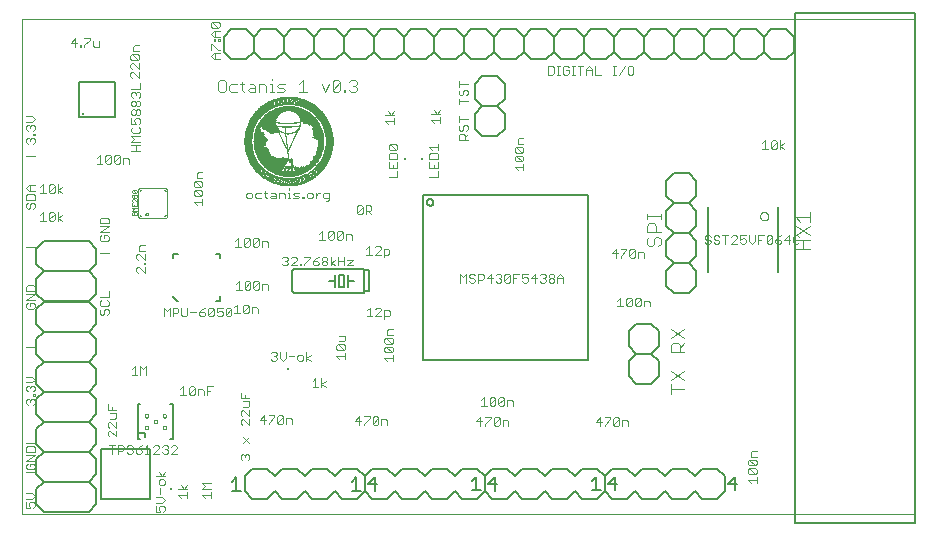
<source format=gto>
G75*
%MOIN*%
%OFA0B0*%
%FSLAX25Y25*%
%IPPOS*%
%LPD*%
%AMOC8*
5,1,8,0,0,1.08239X$1,22.5*
%
%ADD10C,0.00000*%
%ADD11C,0.00300*%
%ADD12R,0.03400X0.00100*%
%ADD13R,0.04800X0.00100*%
%ADD14R,0.05900X0.00100*%
%ADD15R,0.06800X0.00100*%
%ADD16R,0.07600X0.00100*%
%ADD17R,0.00100X0.00100*%
%ADD18R,0.00900X0.00100*%
%ADD19R,0.03200X0.00100*%
%ADD20R,0.03000X0.00100*%
%ADD21R,0.00400X0.00100*%
%ADD22R,0.00700X0.00100*%
%ADD23R,0.00500X0.00100*%
%ADD24R,0.02700X0.00100*%
%ADD25R,0.02300X0.00100*%
%ADD26R,0.00200X0.00100*%
%ADD27R,0.00600X0.00100*%
%ADD28R,0.02400X0.00100*%
%ADD29R,0.02200X0.00100*%
%ADD30R,0.02600X0.00100*%
%ADD31R,0.00300X0.00100*%
%ADD32R,0.01900X0.00100*%
%ADD33R,0.01800X0.00100*%
%ADD34R,0.00800X0.00100*%
%ADD35R,0.02000X0.00100*%
%ADD36R,0.01500X0.00100*%
%ADD37R,0.01600X0.00100*%
%ADD38R,0.01400X0.00100*%
%ADD39R,0.01100X0.00100*%
%ADD40R,0.01700X0.00100*%
%ADD41R,0.01300X0.00100*%
%ADD42R,0.01200X0.00100*%
%ADD43R,0.03700X0.00100*%
%ADD44R,0.05500X0.00100*%
%ADD45R,0.01000X0.00100*%
%ADD46R,0.08000X0.00100*%
%ADD47R,0.02100X0.00100*%
%ADD48R,0.02900X0.00100*%
%ADD49R,0.04200X0.00100*%
%ADD50R,0.05200X0.00100*%
%ADD51R,0.06000X0.00100*%
%ADD52R,0.06700X0.00100*%
%ADD53R,0.07400X0.00100*%
%ADD54R,0.08500X0.00100*%
%ADD55R,0.09000X0.00100*%
%ADD56R,0.09500X0.00100*%
%ADD57R,0.09900X0.00100*%
%ADD58R,0.10300X0.00100*%
%ADD59R,0.10700X0.00100*%
%ADD60R,0.11100X0.00100*%
%ADD61R,0.11500X0.00100*%
%ADD62R,0.11800X0.00100*%
%ADD63R,0.12200X0.00100*%
%ADD64R,0.12500X0.00100*%
%ADD65R,0.04100X0.00100*%
%ADD66R,0.08600X0.00100*%
%ADD67R,0.04500X0.00100*%
%ADD68R,0.04400X0.00100*%
%ADD69R,0.04600X0.00100*%
%ADD70R,0.04900X0.00100*%
%ADD71R,0.05100X0.00100*%
%ADD72R,0.05000X0.00100*%
%ADD73R,0.03500X0.00100*%
%ADD74R,0.05400X0.00100*%
%ADD75R,0.05600X0.00100*%
%ADD76R,0.05800X0.00100*%
%ADD77R,0.02800X0.00100*%
%ADD78R,0.06100X0.00100*%
%ADD79R,0.03300X0.00100*%
%ADD80R,0.06300X0.00100*%
%ADD81R,0.06400X0.00100*%
%ADD82R,0.06600X0.00100*%
%ADD83R,0.06900X0.00100*%
%ADD84R,0.07100X0.00100*%
%ADD85R,0.03100X0.00100*%
%ADD86R,0.07200X0.00100*%
%ADD87R,0.02500X0.00100*%
%ADD88R,0.07700X0.00100*%
%ADD89R,0.07900X0.00100*%
%ADD90R,0.08100X0.00100*%
%ADD91R,0.08200X0.00100*%
%ADD92R,0.08300X0.00100*%
%ADD93R,0.08400X0.00100*%
%ADD94R,0.08800X0.00100*%
%ADD95R,0.09200X0.00100*%
%ADD96R,0.09300X0.00100*%
%ADD97R,0.09400X0.00100*%
%ADD98R,0.09600X0.00100*%
%ADD99R,0.11300X0.00100*%
%ADD100R,0.11400X0.00100*%
%ADD101R,0.10500X0.00100*%
%ADD102R,0.10100X0.00100*%
%ADD103R,0.10200X0.00100*%
%ADD104R,0.06500X0.00100*%
%ADD105R,0.06200X0.00100*%
%ADD106R,0.04700X0.00100*%
%ADD107R,0.03900X0.00100*%
%ADD108R,0.03600X0.00100*%
%ADD109R,0.04000X0.00100*%
%ADD110R,0.04300X0.00100*%
%ADD111R,0.05300X0.00100*%
%ADD112R,0.07000X0.00100*%
%ADD113R,0.05700X0.00100*%
%ADD114R,0.03800X0.00100*%
%ADD115C,0.00500*%
%ADD116R,0.00984X0.00984*%
%ADD117C,0.00600*%
%ADD118C,0.00394*%
%ADD119C,0.00400*%
%ADD120C,0.00200*%
%ADD121C,0.00197*%
%ADD122C,0.00079*%
%ADD123C,0.00100*%
D10*
X0009878Y0004550D02*
X0009878Y0169550D01*
X0307378Y0169550D01*
X0307378Y0004550D01*
X0009878Y0004550D01*
X0050710Y0033206D02*
X0050712Y0033254D01*
X0050718Y0033302D01*
X0050728Y0033349D01*
X0050741Y0033395D01*
X0050759Y0033440D01*
X0050779Y0033484D01*
X0050804Y0033526D01*
X0050832Y0033565D01*
X0050862Y0033602D01*
X0050896Y0033636D01*
X0050933Y0033668D01*
X0050971Y0033697D01*
X0051012Y0033722D01*
X0051055Y0033744D01*
X0051100Y0033762D01*
X0051146Y0033776D01*
X0051193Y0033787D01*
X0051241Y0033794D01*
X0051289Y0033797D01*
X0051337Y0033796D01*
X0051385Y0033791D01*
X0051433Y0033782D01*
X0051479Y0033770D01*
X0051524Y0033753D01*
X0051568Y0033733D01*
X0051610Y0033710D01*
X0051650Y0033683D01*
X0051688Y0033653D01*
X0051723Y0033620D01*
X0051755Y0033584D01*
X0051785Y0033546D01*
X0051811Y0033505D01*
X0051833Y0033462D01*
X0051853Y0033418D01*
X0051868Y0033373D01*
X0051880Y0033326D01*
X0051888Y0033278D01*
X0051892Y0033230D01*
X0051892Y0033182D01*
X0051888Y0033134D01*
X0051880Y0033086D01*
X0051868Y0033039D01*
X0051853Y0032994D01*
X0051833Y0032950D01*
X0051811Y0032907D01*
X0051785Y0032866D01*
X0051755Y0032828D01*
X0051723Y0032792D01*
X0051688Y0032759D01*
X0051650Y0032729D01*
X0051610Y0032702D01*
X0051568Y0032679D01*
X0051524Y0032659D01*
X0051479Y0032642D01*
X0051433Y0032630D01*
X0051385Y0032621D01*
X0051337Y0032616D01*
X0051289Y0032615D01*
X0051241Y0032618D01*
X0051193Y0032625D01*
X0051146Y0032636D01*
X0051100Y0032650D01*
X0051055Y0032668D01*
X0051012Y0032690D01*
X0050971Y0032715D01*
X0050933Y0032744D01*
X0050896Y0032776D01*
X0050862Y0032810D01*
X0050832Y0032847D01*
X0050804Y0032886D01*
X0050779Y0032928D01*
X0050759Y0032972D01*
X0050741Y0033017D01*
X0050728Y0033063D01*
X0050718Y0033110D01*
X0050712Y0033158D01*
X0050710Y0033206D01*
X0053662Y0035175D02*
X0053664Y0035223D01*
X0053670Y0035271D01*
X0053680Y0035318D01*
X0053693Y0035364D01*
X0053711Y0035409D01*
X0053731Y0035453D01*
X0053756Y0035495D01*
X0053784Y0035534D01*
X0053814Y0035571D01*
X0053848Y0035605D01*
X0053885Y0035637D01*
X0053923Y0035666D01*
X0053964Y0035691D01*
X0054007Y0035713D01*
X0054052Y0035731D01*
X0054098Y0035745D01*
X0054145Y0035756D01*
X0054193Y0035763D01*
X0054241Y0035766D01*
X0054289Y0035765D01*
X0054337Y0035760D01*
X0054385Y0035751D01*
X0054431Y0035739D01*
X0054476Y0035722D01*
X0054520Y0035702D01*
X0054562Y0035679D01*
X0054602Y0035652D01*
X0054640Y0035622D01*
X0054675Y0035589D01*
X0054707Y0035553D01*
X0054737Y0035515D01*
X0054763Y0035474D01*
X0054785Y0035431D01*
X0054805Y0035387D01*
X0054820Y0035342D01*
X0054832Y0035295D01*
X0054840Y0035247D01*
X0054844Y0035199D01*
X0054844Y0035151D01*
X0054840Y0035103D01*
X0054832Y0035055D01*
X0054820Y0035008D01*
X0054805Y0034963D01*
X0054785Y0034919D01*
X0054763Y0034876D01*
X0054737Y0034835D01*
X0054707Y0034797D01*
X0054675Y0034761D01*
X0054640Y0034728D01*
X0054602Y0034698D01*
X0054562Y0034671D01*
X0054520Y0034648D01*
X0054476Y0034628D01*
X0054431Y0034611D01*
X0054385Y0034599D01*
X0054337Y0034590D01*
X0054289Y0034585D01*
X0054241Y0034584D01*
X0054193Y0034587D01*
X0054145Y0034594D01*
X0054098Y0034605D01*
X0054052Y0034619D01*
X0054007Y0034637D01*
X0053964Y0034659D01*
X0053923Y0034684D01*
X0053885Y0034713D01*
X0053848Y0034745D01*
X0053814Y0034779D01*
X0053784Y0034816D01*
X0053756Y0034855D01*
X0053731Y0034897D01*
X0053711Y0034941D01*
X0053693Y0034986D01*
X0053680Y0035032D01*
X0053670Y0035079D01*
X0053664Y0035127D01*
X0053662Y0035175D01*
X0050710Y0037144D02*
X0050712Y0037192D01*
X0050718Y0037240D01*
X0050728Y0037287D01*
X0050741Y0037333D01*
X0050759Y0037378D01*
X0050779Y0037422D01*
X0050804Y0037464D01*
X0050832Y0037503D01*
X0050862Y0037540D01*
X0050896Y0037574D01*
X0050933Y0037606D01*
X0050971Y0037635D01*
X0051012Y0037660D01*
X0051055Y0037682D01*
X0051100Y0037700D01*
X0051146Y0037714D01*
X0051193Y0037725D01*
X0051241Y0037732D01*
X0051289Y0037735D01*
X0051337Y0037734D01*
X0051385Y0037729D01*
X0051433Y0037720D01*
X0051479Y0037708D01*
X0051524Y0037691D01*
X0051568Y0037671D01*
X0051610Y0037648D01*
X0051650Y0037621D01*
X0051688Y0037591D01*
X0051723Y0037558D01*
X0051755Y0037522D01*
X0051785Y0037484D01*
X0051811Y0037443D01*
X0051833Y0037400D01*
X0051853Y0037356D01*
X0051868Y0037311D01*
X0051880Y0037264D01*
X0051888Y0037216D01*
X0051892Y0037168D01*
X0051892Y0037120D01*
X0051888Y0037072D01*
X0051880Y0037024D01*
X0051868Y0036977D01*
X0051853Y0036932D01*
X0051833Y0036888D01*
X0051811Y0036845D01*
X0051785Y0036804D01*
X0051755Y0036766D01*
X0051723Y0036730D01*
X0051688Y0036697D01*
X0051650Y0036667D01*
X0051610Y0036640D01*
X0051568Y0036617D01*
X0051524Y0036597D01*
X0051479Y0036580D01*
X0051433Y0036568D01*
X0051385Y0036559D01*
X0051337Y0036554D01*
X0051289Y0036553D01*
X0051241Y0036556D01*
X0051193Y0036563D01*
X0051146Y0036574D01*
X0051100Y0036588D01*
X0051055Y0036606D01*
X0051012Y0036628D01*
X0050971Y0036653D01*
X0050933Y0036682D01*
X0050896Y0036714D01*
X0050862Y0036748D01*
X0050832Y0036785D01*
X0050804Y0036824D01*
X0050779Y0036866D01*
X0050759Y0036910D01*
X0050741Y0036955D01*
X0050728Y0037001D01*
X0050718Y0037048D01*
X0050712Y0037096D01*
X0050710Y0037144D01*
X0056615Y0037144D02*
X0056617Y0037192D01*
X0056623Y0037240D01*
X0056633Y0037287D01*
X0056646Y0037333D01*
X0056664Y0037378D01*
X0056684Y0037422D01*
X0056709Y0037464D01*
X0056737Y0037503D01*
X0056767Y0037540D01*
X0056801Y0037574D01*
X0056838Y0037606D01*
X0056876Y0037635D01*
X0056917Y0037660D01*
X0056960Y0037682D01*
X0057005Y0037700D01*
X0057051Y0037714D01*
X0057098Y0037725D01*
X0057146Y0037732D01*
X0057194Y0037735D01*
X0057242Y0037734D01*
X0057290Y0037729D01*
X0057338Y0037720D01*
X0057384Y0037708D01*
X0057429Y0037691D01*
X0057473Y0037671D01*
X0057515Y0037648D01*
X0057555Y0037621D01*
X0057593Y0037591D01*
X0057628Y0037558D01*
X0057660Y0037522D01*
X0057690Y0037484D01*
X0057716Y0037443D01*
X0057738Y0037400D01*
X0057758Y0037356D01*
X0057773Y0037311D01*
X0057785Y0037264D01*
X0057793Y0037216D01*
X0057797Y0037168D01*
X0057797Y0037120D01*
X0057793Y0037072D01*
X0057785Y0037024D01*
X0057773Y0036977D01*
X0057758Y0036932D01*
X0057738Y0036888D01*
X0057716Y0036845D01*
X0057690Y0036804D01*
X0057660Y0036766D01*
X0057628Y0036730D01*
X0057593Y0036697D01*
X0057555Y0036667D01*
X0057515Y0036640D01*
X0057473Y0036617D01*
X0057429Y0036597D01*
X0057384Y0036580D01*
X0057338Y0036568D01*
X0057290Y0036559D01*
X0057242Y0036554D01*
X0057194Y0036553D01*
X0057146Y0036556D01*
X0057098Y0036563D01*
X0057051Y0036574D01*
X0057005Y0036588D01*
X0056960Y0036606D01*
X0056917Y0036628D01*
X0056876Y0036653D01*
X0056838Y0036682D01*
X0056801Y0036714D01*
X0056767Y0036748D01*
X0056737Y0036785D01*
X0056709Y0036824D01*
X0056684Y0036866D01*
X0056664Y0036910D01*
X0056646Y0036955D01*
X0056633Y0037001D01*
X0056623Y0037048D01*
X0056617Y0037096D01*
X0056615Y0037144D01*
X0056615Y0033206D02*
X0056617Y0033254D01*
X0056623Y0033302D01*
X0056633Y0033349D01*
X0056646Y0033395D01*
X0056664Y0033440D01*
X0056684Y0033484D01*
X0056709Y0033526D01*
X0056737Y0033565D01*
X0056767Y0033602D01*
X0056801Y0033636D01*
X0056838Y0033668D01*
X0056876Y0033697D01*
X0056917Y0033722D01*
X0056960Y0033744D01*
X0057005Y0033762D01*
X0057051Y0033776D01*
X0057098Y0033787D01*
X0057146Y0033794D01*
X0057194Y0033797D01*
X0057242Y0033796D01*
X0057290Y0033791D01*
X0057338Y0033782D01*
X0057384Y0033770D01*
X0057429Y0033753D01*
X0057473Y0033733D01*
X0057515Y0033710D01*
X0057555Y0033683D01*
X0057593Y0033653D01*
X0057628Y0033620D01*
X0057660Y0033584D01*
X0057690Y0033546D01*
X0057716Y0033505D01*
X0057738Y0033462D01*
X0057758Y0033418D01*
X0057773Y0033373D01*
X0057785Y0033326D01*
X0057793Y0033278D01*
X0057797Y0033230D01*
X0057797Y0033182D01*
X0057793Y0033134D01*
X0057785Y0033086D01*
X0057773Y0033039D01*
X0057758Y0032994D01*
X0057738Y0032950D01*
X0057716Y0032907D01*
X0057690Y0032866D01*
X0057660Y0032828D01*
X0057628Y0032792D01*
X0057593Y0032759D01*
X0057555Y0032729D01*
X0057515Y0032702D01*
X0057473Y0032679D01*
X0057429Y0032659D01*
X0057384Y0032642D01*
X0057338Y0032630D01*
X0057290Y0032621D01*
X0057242Y0032616D01*
X0057194Y0032615D01*
X0057146Y0032618D01*
X0057098Y0032625D01*
X0057051Y0032636D01*
X0057005Y0032650D01*
X0056960Y0032668D01*
X0056917Y0032690D01*
X0056876Y0032715D01*
X0056838Y0032744D01*
X0056801Y0032776D01*
X0056767Y0032810D01*
X0056737Y0032847D01*
X0056709Y0032886D01*
X0056684Y0032928D01*
X0056664Y0032972D01*
X0056646Y0033017D01*
X0056633Y0033063D01*
X0056623Y0033110D01*
X0056617Y0033158D01*
X0056615Y0033206D01*
D11*
X0056987Y0027357D02*
X0057954Y0027357D01*
X0058438Y0026873D01*
X0058438Y0026390D01*
X0057954Y0025906D01*
X0058438Y0025422D01*
X0058438Y0024938D01*
X0057954Y0024455D01*
X0056987Y0024455D01*
X0056503Y0024938D01*
X0055491Y0024455D02*
X0053556Y0024455D01*
X0055491Y0026390D01*
X0055491Y0026873D01*
X0055007Y0027357D01*
X0054040Y0027357D01*
X0053556Y0026873D01*
X0051577Y0027357D02*
X0050610Y0026390D01*
X0051577Y0027357D02*
X0051577Y0024455D01*
X0050610Y0024455D02*
X0052545Y0024455D01*
X0049598Y0024938D02*
X0049598Y0025422D01*
X0049114Y0025906D01*
X0047663Y0025906D01*
X0047663Y0024938D01*
X0048147Y0024455D01*
X0049114Y0024455D01*
X0049598Y0024938D01*
X0048631Y0026873D02*
X0047663Y0025906D01*
X0046652Y0025422D02*
X0046652Y0024938D01*
X0046168Y0024455D01*
X0045200Y0024455D01*
X0044717Y0024938D01*
X0045200Y0025906D02*
X0046168Y0025906D01*
X0046652Y0025422D01*
X0046652Y0026873D02*
X0046168Y0027357D01*
X0045200Y0027357D01*
X0044717Y0026873D01*
X0044717Y0026390D01*
X0045200Y0025906D01*
X0043705Y0025906D02*
X0043221Y0025422D01*
X0041770Y0025422D01*
X0041770Y0024455D02*
X0041770Y0027357D01*
X0043221Y0027357D01*
X0043705Y0026873D01*
X0043705Y0025906D01*
X0040759Y0027357D02*
X0038824Y0027357D01*
X0039791Y0027357D02*
X0039791Y0024455D01*
X0038759Y0030273D02*
X0038275Y0030757D01*
X0038275Y0031724D01*
X0038759Y0032208D01*
X0039242Y0032208D01*
X0041177Y0030273D01*
X0041177Y0032208D01*
X0041177Y0033220D02*
X0039242Y0035155D01*
X0038759Y0035155D01*
X0038275Y0034671D01*
X0038275Y0033703D01*
X0038759Y0033220D01*
X0041177Y0033220D02*
X0041177Y0035155D01*
X0040694Y0036166D02*
X0039242Y0036166D01*
X0040694Y0036166D02*
X0041177Y0036650D01*
X0041177Y0038101D01*
X0039242Y0038101D01*
X0039726Y0039113D02*
X0039726Y0040080D01*
X0038275Y0039113D02*
X0038275Y0041048D01*
X0038275Y0039113D02*
X0041177Y0039113D01*
X0048631Y0026873D02*
X0049598Y0027357D01*
X0056503Y0026873D02*
X0056987Y0027357D01*
X0057470Y0025906D02*
X0057954Y0025906D01*
X0059449Y0026873D02*
X0059933Y0027357D01*
X0060901Y0027357D01*
X0061384Y0026873D01*
X0061384Y0026390D01*
X0059449Y0024455D01*
X0061384Y0024455D01*
X0057303Y0018446D02*
X0056336Y0016995D01*
X0055368Y0018446D01*
X0054401Y0016995D02*
X0057303Y0016995D01*
X0056820Y0015983D02*
X0055852Y0015983D01*
X0055368Y0015499D01*
X0055368Y0014532D01*
X0055852Y0014048D01*
X0056820Y0014048D01*
X0057303Y0014532D01*
X0057303Y0015499D01*
X0056820Y0015983D01*
X0055852Y0013037D02*
X0055852Y0011102D01*
X0056336Y0010090D02*
X0054401Y0010090D01*
X0056336Y0010090D02*
X0057303Y0009123D01*
X0056336Y0008155D01*
X0054401Y0008155D01*
X0054401Y0007143D02*
X0054401Y0005209D01*
X0055852Y0005209D01*
X0055368Y0006176D01*
X0055368Y0006660D01*
X0055852Y0007143D01*
X0056820Y0007143D01*
X0057303Y0006660D01*
X0057303Y0005692D01*
X0056820Y0005209D01*
X0061926Y0010741D02*
X0062893Y0009773D01*
X0061926Y0010741D02*
X0064828Y0010741D01*
X0064828Y0011708D02*
X0064828Y0009773D01*
X0064828Y0012720D02*
X0061926Y0012720D01*
X0062893Y0014171D02*
X0063861Y0012720D01*
X0064828Y0014171D01*
X0069826Y0014588D02*
X0070793Y0013621D01*
X0069826Y0012653D01*
X0072728Y0012653D01*
X0072728Y0011642D02*
X0072728Y0009707D01*
X0072728Y0010674D02*
X0069826Y0010674D01*
X0070793Y0009707D01*
X0069826Y0014588D02*
X0072728Y0014588D01*
X0082601Y0022809D02*
X0082601Y0023776D01*
X0083085Y0024260D01*
X0083568Y0024260D01*
X0084052Y0023776D01*
X0084536Y0024260D01*
X0085020Y0024260D01*
X0085503Y0023776D01*
X0085503Y0022809D01*
X0085020Y0022325D01*
X0084052Y0023292D02*
X0084052Y0023776D01*
X0083085Y0022325D02*
X0082601Y0022809D01*
X0083568Y0028218D02*
X0085503Y0030153D01*
X0085503Y0028218D02*
X0083568Y0030153D01*
X0083085Y0034111D02*
X0082601Y0034595D01*
X0082601Y0035562D01*
X0083085Y0036046D01*
X0083568Y0036046D01*
X0085503Y0034111D01*
X0085503Y0036046D01*
X0085503Y0037058D02*
X0083568Y0038993D01*
X0083085Y0038993D01*
X0082601Y0038509D01*
X0082601Y0037541D01*
X0083085Y0037058D01*
X0085503Y0037058D02*
X0085503Y0038993D01*
X0085020Y0040004D02*
X0083568Y0040004D01*
X0085020Y0040004D02*
X0085503Y0040488D01*
X0085503Y0041939D01*
X0083568Y0041939D01*
X0084052Y0042951D02*
X0084052Y0043918D01*
X0085503Y0042951D02*
X0082601Y0042951D01*
X0082601Y0044886D01*
X0073278Y0046977D02*
X0071343Y0046977D01*
X0071343Y0044075D01*
X0070331Y0044075D02*
X0070331Y0045526D01*
X0069848Y0046010D01*
X0068396Y0046010D01*
X0068396Y0044075D01*
X0067385Y0044559D02*
X0066901Y0044075D01*
X0065934Y0044075D01*
X0065450Y0044559D01*
X0067385Y0046494D01*
X0067385Y0044559D01*
X0065450Y0044559D02*
X0065450Y0046494D01*
X0065934Y0046977D01*
X0066901Y0046977D01*
X0067385Y0046494D01*
X0063471Y0046977D02*
X0062503Y0046010D01*
X0063471Y0046977D02*
X0063471Y0044075D01*
X0064438Y0044075D02*
X0062503Y0044075D01*
X0071343Y0045526D02*
X0072310Y0045526D01*
X0089028Y0035851D02*
X0090963Y0035851D01*
X0091975Y0034884D02*
X0091975Y0034400D01*
X0091975Y0034884D02*
X0093910Y0036819D01*
X0093910Y0037302D01*
X0091975Y0037302D01*
X0090480Y0037302D02*
X0089028Y0035851D01*
X0090480Y0034400D02*
X0090480Y0037302D01*
X0094921Y0036819D02*
X0094921Y0034884D01*
X0096856Y0036819D01*
X0096856Y0034884D01*
X0096373Y0034400D01*
X0095405Y0034400D01*
X0094921Y0034884D01*
X0094921Y0036819D02*
X0095405Y0037302D01*
X0096373Y0037302D01*
X0096856Y0036819D01*
X0097868Y0036335D02*
X0099319Y0036335D01*
X0099803Y0035851D01*
X0099803Y0034400D01*
X0097868Y0034400D02*
X0097868Y0036335D01*
X0106626Y0046800D02*
X0108561Y0046800D01*
X0107594Y0046800D02*
X0107594Y0049702D01*
X0106626Y0048735D01*
X0109573Y0049702D02*
X0109573Y0046800D01*
X0109573Y0047767D02*
X0111024Y0048735D01*
X0109573Y0047767D02*
X0111024Y0046800D01*
X0105966Y0055500D02*
X0104514Y0056467D01*
X0105966Y0057435D01*
X0104514Y0058402D02*
X0104514Y0055500D01*
X0103503Y0055984D02*
X0103503Y0056951D01*
X0103019Y0057435D01*
X0102052Y0057435D01*
X0101568Y0056951D01*
X0101568Y0055984D01*
X0102052Y0055500D01*
X0103019Y0055500D01*
X0103503Y0055984D01*
X0100556Y0056951D02*
X0098621Y0056951D01*
X0097610Y0056467D02*
X0097610Y0058402D01*
X0097610Y0056467D02*
X0096642Y0055500D01*
X0095675Y0056467D01*
X0095675Y0058402D01*
X0094663Y0057919D02*
X0094663Y0057435D01*
X0094180Y0056951D01*
X0094663Y0056467D01*
X0094663Y0055984D01*
X0094180Y0055500D01*
X0093212Y0055500D01*
X0092728Y0055984D01*
X0093696Y0056951D02*
X0094180Y0056951D01*
X0094663Y0057919D02*
X0094180Y0058402D01*
X0093212Y0058402D01*
X0092728Y0057919D01*
X0088317Y0071300D02*
X0088317Y0072751D01*
X0087833Y0073235D01*
X0086382Y0073235D01*
X0086382Y0071300D01*
X0085370Y0071784D02*
X0084886Y0071300D01*
X0083919Y0071300D01*
X0083435Y0071784D01*
X0085370Y0073719D01*
X0085370Y0071784D01*
X0085370Y0073719D02*
X0084886Y0074202D01*
X0083919Y0074202D01*
X0083435Y0073719D01*
X0083435Y0071784D01*
X0082424Y0071300D02*
X0080489Y0071300D01*
X0081456Y0071300D02*
X0081456Y0074202D01*
X0080489Y0073235D01*
X0079595Y0072705D02*
X0079112Y0073188D01*
X0078144Y0073188D01*
X0077661Y0072705D01*
X0077661Y0070770D01*
X0079595Y0072705D01*
X0079595Y0070770D01*
X0079112Y0070286D01*
X0078144Y0070286D01*
X0077661Y0070770D01*
X0076649Y0070770D02*
X0076165Y0070286D01*
X0075198Y0070286D01*
X0074714Y0070770D01*
X0074714Y0071737D02*
X0075681Y0072221D01*
X0076165Y0072221D01*
X0076649Y0071737D01*
X0076649Y0070770D01*
X0074714Y0071737D02*
X0074714Y0073188D01*
X0076649Y0073188D01*
X0073702Y0072705D02*
X0071767Y0070770D01*
X0072251Y0070286D01*
X0073219Y0070286D01*
X0073702Y0070770D01*
X0073702Y0072705D01*
X0073219Y0073188D01*
X0072251Y0073188D01*
X0071767Y0072705D01*
X0071767Y0070770D01*
X0070756Y0070770D02*
X0070756Y0071253D01*
X0070272Y0071737D01*
X0068821Y0071737D01*
X0068821Y0070770D01*
X0069305Y0070286D01*
X0070272Y0070286D01*
X0070756Y0070770D01*
X0069788Y0072705D02*
X0068821Y0071737D01*
X0067809Y0071737D02*
X0065874Y0071737D01*
X0064863Y0070770D02*
X0064863Y0073188D01*
X0062928Y0073188D02*
X0062928Y0070770D01*
X0063412Y0070286D01*
X0064379Y0070286D01*
X0064863Y0070770D01*
X0061916Y0071737D02*
X0061433Y0071253D01*
X0059981Y0071253D01*
X0059981Y0070286D02*
X0059981Y0073188D01*
X0061433Y0073188D01*
X0061916Y0072705D01*
X0061916Y0071737D01*
X0058970Y0073188D02*
X0058970Y0070286D01*
X0057035Y0070286D02*
X0057035Y0073188D01*
X0058002Y0072221D01*
X0058970Y0073188D01*
X0069788Y0072705D02*
X0070756Y0073188D01*
X0081028Y0079200D02*
X0082963Y0079200D01*
X0081996Y0079200D02*
X0081996Y0082102D01*
X0081028Y0081135D01*
X0083975Y0081619D02*
X0083975Y0079684D01*
X0085910Y0081619D01*
X0085910Y0079684D01*
X0085426Y0079200D01*
X0084459Y0079200D01*
X0083975Y0079684D01*
X0083975Y0081619D02*
X0084459Y0082102D01*
X0085426Y0082102D01*
X0085910Y0081619D01*
X0086921Y0081619D02*
X0087405Y0082102D01*
X0088373Y0082102D01*
X0088856Y0081619D01*
X0086921Y0079684D01*
X0087405Y0079200D01*
X0088373Y0079200D01*
X0088856Y0079684D01*
X0088856Y0081619D01*
X0089868Y0081135D02*
X0091319Y0081135D01*
X0091803Y0080651D01*
X0091803Y0079200D01*
X0089868Y0079200D02*
X0089868Y0081135D01*
X0086921Y0081619D02*
X0086921Y0079684D01*
X0096392Y0087736D02*
X0096876Y0087253D01*
X0097843Y0087253D01*
X0098327Y0087736D01*
X0098327Y0088220D01*
X0097843Y0088704D01*
X0097360Y0088704D01*
X0097843Y0088704D02*
X0098327Y0089188D01*
X0098327Y0089671D01*
X0097843Y0090155D01*
X0096876Y0090155D01*
X0096392Y0089671D01*
X0099339Y0089671D02*
X0099822Y0090155D01*
X0100790Y0090155D01*
X0101274Y0089671D01*
X0101274Y0089188D01*
X0099339Y0087253D01*
X0101274Y0087253D01*
X0102285Y0087253D02*
X0102769Y0087253D01*
X0102769Y0087736D01*
X0102285Y0087736D01*
X0102285Y0087253D01*
X0103758Y0087253D02*
X0103758Y0087736D01*
X0105693Y0089671D01*
X0105693Y0090155D01*
X0103758Y0090155D01*
X0106705Y0088704D02*
X0108156Y0088704D01*
X0108640Y0088220D01*
X0108640Y0087736D01*
X0108156Y0087253D01*
X0107189Y0087253D01*
X0106705Y0087736D01*
X0106705Y0088704D01*
X0107672Y0089671D01*
X0108640Y0090155D01*
X0109651Y0089671D02*
X0109651Y0089188D01*
X0110135Y0088704D01*
X0111103Y0088704D01*
X0111586Y0088220D01*
X0111586Y0087736D01*
X0111103Y0087253D01*
X0110135Y0087253D01*
X0109651Y0087736D01*
X0109651Y0088220D01*
X0110135Y0088704D01*
X0111103Y0088704D02*
X0111586Y0089188D01*
X0111586Y0089671D01*
X0111103Y0090155D01*
X0110135Y0090155D01*
X0109651Y0089671D01*
X0112598Y0090155D02*
X0112598Y0087253D01*
X0112598Y0088220D02*
X0114049Y0087253D01*
X0115053Y0087253D02*
X0115053Y0090155D01*
X0114049Y0089188D02*
X0112598Y0088220D01*
X0115053Y0088704D02*
X0116988Y0088704D01*
X0118000Y0089188D02*
X0119935Y0089188D01*
X0118000Y0087253D01*
X0119935Y0087253D01*
X0116988Y0087253D02*
X0116988Y0090155D01*
X0117682Y0095900D02*
X0117682Y0097835D01*
X0119133Y0097835D01*
X0119617Y0097351D01*
X0119617Y0095900D01*
X0116670Y0096384D02*
X0116186Y0095900D01*
X0115219Y0095900D01*
X0114735Y0096384D01*
X0116670Y0098319D01*
X0116670Y0096384D01*
X0116670Y0098319D02*
X0116186Y0098802D01*
X0115219Y0098802D01*
X0114735Y0098319D01*
X0114735Y0096384D01*
X0113724Y0096384D02*
X0113240Y0095900D01*
X0112272Y0095900D01*
X0111789Y0096384D01*
X0113724Y0098319D01*
X0113724Y0096384D01*
X0113724Y0098319D02*
X0113240Y0098802D01*
X0112272Y0098802D01*
X0111789Y0098319D01*
X0111789Y0096384D01*
X0110777Y0095900D02*
X0108842Y0095900D01*
X0109810Y0095900D02*
X0109810Y0098802D01*
X0108842Y0097835D01*
X0121335Y0104884D02*
X0123270Y0106819D01*
X0123270Y0104884D01*
X0122786Y0104400D01*
X0121819Y0104400D01*
X0121335Y0104884D01*
X0121335Y0106819D01*
X0121819Y0107302D01*
X0122786Y0107302D01*
X0123270Y0106819D01*
X0124282Y0107302D02*
X0124282Y0104400D01*
X0124282Y0105367D02*
X0125733Y0105367D01*
X0126217Y0105851D01*
X0126217Y0106819D01*
X0125733Y0107302D01*
X0124282Y0107302D01*
X0125249Y0105367D02*
X0126217Y0104400D01*
X0112000Y0109116D02*
X0112000Y0111535D01*
X0110548Y0111535D01*
X0110065Y0111051D01*
X0110065Y0110084D01*
X0110548Y0109600D01*
X0112000Y0109600D01*
X0112000Y0109116D02*
X0111516Y0108633D01*
X0111032Y0108633D01*
X0107609Y0109600D02*
X0107609Y0111535D01*
X0107609Y0110567D02*
X0108577Y0111535D01*
X0109061Y0111535D01*
X0106598Y0111051D02*
X0106598Y0110084D01*
X0106114Y0109600D01*
X0105147Y0109600D01*
X0104663Y0110084D01*
X0104663Y0111051D01*
X0105147Y0111535D01*
X0106114Y0111535D01*
X0106598Y0111051D01*
X0103673Y0110084D02*
X0103673Y0109600D01*
X0103190Y0109600D01*
X0103190Y0110084D01*
X0103673Y0110084D01*
X0102178Y0110084D02*
X0101694Y0110567D01*
X0100727Y0110567D01*
X0100243Y0111051D01*
X0100727Y0111535D01*
X0102178Y0111535D01*
X0102178Y0110084D02*
X0101694Y0109600D01*
X0100243Y0109600D01*
X0099246Y0109600D02*
X0098279Y0109600D01*
X0098762Y0109600D02*
X0098762Y0111535D01*
X0098279Y0111535D01*
X0098762Y0112502D02*
X0098762Y0112986D01*
X0097267Y0111051D02*
X0097267Y0109600D01*
X0097267Y0111051D02*
X0096783Y0111535D01*
X0095332Y0111535D01*
X0095332Y0109600D01*
X0094321Y0109600D02*
X0092869Y0109600D01*
X0092386Y0110084D01*
X0092869Y0110567D01*
X0094321Y0110567D01*
X0094321Y0111051D02*
X0094321Y0109600D01*
X0094321Y0111051D02*
X0093837Y0111535D01*
X0092869Y0111535D01*
X0091389Y0111535D02*
X0090421Y0111535D01*
X0090905Y0112019D02*
X0090905Y0110084D01*
X0091389Y0109600D01*
X0089410Y0109600D02*
X0087959Y0109600D01*
X0087475Y0110084D01*
X0087475Y0111051D01*
X0087959Y0111535D01*
X0089410Y0111535D01*
X0086463Y0111051D02*
X0086463Y0110084D01*
X0085980Y0109600D01*
X0085012Y0109600D01*
X0084528Y0110084D01*
X0084528Y0111051D01*
X0085012Y0111535D01*
X0085980Y0111535D01*
X0086463Y0111051D01*
X0069928Y0110930D02*
X0069445Y0110447D01*
X0067510Y0112381D01*
X0069445Y0112381D01*
X0069928Y0111898D01*
X0069928Y0110930D01*
X0069445Y0110447D02*
X0067510Y0110447D01*
X0067026Y0110930D01*
X0067026Y0111898D01*
X0067510Y0112381D01*
X0067510Y0113393D02*
X0067026Y0113877D01*
X0067026Y0114844D01*
X0067510Y0115328D01*
X0069445Y0113393D01*
X0069928Y0113877D01*
X0069928Y0114844D01*
X0069445Y0115328D01*
X0067510Y0115328D01*
X0067993Y0116340D02*
X0067993Y0117791D01*
X0068477Y0118275D01*
X0069928Y0118275D01*
X0069928Y0116340D02*
X0067993Y0116340D01*
X0067510Y0113393D02*
X0069445Y0113393D01*
X0069928Y0109435D02*
X0069928Y0107500D01*
X0069928Y0108467D02*
X0067026Y0108467D01*
X0067993Y0107500D01*
X0080828Y0095435D02*
X0081796Y0096402D01*
X0081796Y0093500D01*
X0082763Y0093500D02*
X0080828Y0093500D01*
X0083775Y0093984D02*
X0083775Y0095919D01*
X0084259Y0096402D01*
X0085226Y0096402D01*
X0085710Y0095919D01*
X0083775Y0093984D01*
X0084259Y0093500D01*
X0085226Y0093500D01*
X0085710Y0093984D01*
X0085710Y0095919D01*
X0086721Y0095919D02*
X0087205Y0096402D01*
X0088173Y0096402D01*
X0088656Y0095919D01*
X0086721Y0093984D01*
X0087205Y0093500D01*
X0088173Y0093500D01*
X0088656Y0093984D01*
X0088656Y0095919D01*
X0089668Y0095435D02*
X0091119Y0095435D01*
X0091603Y0094951D01*
X0091603Y0093500D01*
X0089668Y0093500D02*
X0089668Y0095435D01*
X0086721Y0095919D02*
X0086721Y0093984D01*
X0050828Y0094101D02*
X0049377Y0094101D01*
X0048893Y0093618D01*
X0048893Y0092166D01*
X0050828Y0092166D01*
X0050828Y0091155D02*
X0050828Y0089220D01*
X0048893Y0091155D01*
X0048410Y0091155D01*
X0047926Y0090671D01*
X0047926Y0089704D01*
X0048410Y0089220D01*
X0050345Y0088230D02*
X0050828Y0088230D01*
X0050828Y0087747D01*
X0050345Y0087747D01*
X0050345Y0088230D01*
X0050828Y0086735D02*
X0050828Y0084800D01*
X0048893Y0086735D01*
X0048410Y0086735D01*
X0047926Y0086251D01*
X0047926Y0085284D01*
X0048410Y0084800D01*
X0038628Y0078628D02*
X0038628Y0076693D01*
X0035726Y0076693D01*
X0036210Y0075681D02*
X0035726Y0075198D01*
X0035726Y0074230D01*
X0036210Y0073747D01*
X0038145Y0073747D01*
X0038628Y0074230D01*
X0038628Y0075198D01*
X0038145Y0075681D01*
X0038145Y0072735D02*
X0038628Y0072251D01*
X0038628Y0071284D01*
X0038145Y0070800D01*
X0037177Y0071284D02*
X0037177Y0072251D01*
X0037661Y0072735D01*
X0038145Y0072735D01*
X0037177Y0071284D02*
X0036693Y0070800D01*
X0036210Y0070800D01*
X0035726Y0071284D01*
X0035726Y0072251D01*
X0036210Y0072735D01*
X0014028Y0073280D02*
X0013545Y0072797D01*
X0011610Y0072797D01*
X0011126Y0073280D01*
X0011126Y0074248D01*
X0011610Y0074732D01*
X0012577Y0074732D02*
X0012577Y0073764D01*
X0012577Y0074732D02*
X0013545Y0074732D01*
X0014028Y0074248D01*
X0014028Y0073280D01*
X0014028Y0075743D02*
X0011126Y0075743D01*
X0014028Y0077678D01*
X0011126Y0077678D01*
X0011126Y0078690D02*
X0011126Y0080141D01*
X0011610Y0080625D01*
X0013545Y0080625D01*
X0014028Y0080141D01*
X0014028Y0078690D01*
X0011126Y0078690D01*
X0011126Y0093422D02*
X0014028Y0093422D01*
X0015780Y0102100D02*
X0017715Y0102100D01*
X0016747Y0102100D02*
X0016747Y0105002D01*
X0015780Y0104035D01*
X0018726Y0104519D02*
X0018726Y0102584D01*
X0020661Y0104519D01*
X0020661Y0102584D01*
X0020178Y0102100D01*
X0019210Y0102100D01*
X0018726Y0102584D01*
X0018726Y0104519D02*
X0019210Y0105002D01*
X0020178Y0105002D01*
X0020661Y0104519D01*
X0021673Y0105002D02*
X0021673Y0102100D01*
X0021673Y0103067D02*
X0023124Y0104035D01*
X0021673Y0103067D02*
X0023124Y0102100D01*
X0014028Y0106674D02*
X0014028Y0107642D01*
X0013545Y0108126D01*
X0013061Y0108126D01*
X0012577Y0107642D01*
X0012577Y0106674D01*
X0012093Y0106191D01*
X0011610Y0106191D01*
X0011126Y0106674D01*
X0011126Y0107642D01*
X0011610Y0108126D01*
X0011126Y0109137D02*
X0011126Y0110588D01*
X0011610Y0111072D01*
X0013545Y0111072D01*
X0014028Y0110588D01*
X0014028Y0109137D01*
X0011126Y0109137D01*
X0012093Y0112084D02*
X0011126Y0113051D01*
X0012093Y0114019D01*
X0014028Y0114019D01*
X0012577Y0114019D02*
X0012577Y0112084D01*
X0012093Y0112084D02*
X0014028Y0112084D01*
X0015780Y0111400D02*
X0017715Y0111400D01*
X0016747Y0111400D02*
X0016747Y0114302D01*
X0015780Y0113335D01*
X0018726Y0113819D02*
X0018726Y0111884D01*
X0020661Y0113819D01*
X0020661Y0111884D01*
X0020178Y0111400D01*
X0019210Y0111400D01*
X0018726Y0111884D01*
X0018726Y0113819D02*
X0019210Y0114302D01*
X0020178Y0114302D01*
X0020661Y0113819D01*
X0021673Y0114302D02*
X0021673Y0111400D01*
X0021673Y0112367D02*
X0023124Y0113335D01*
X0021673Y0112367D02*
X0023124Y0111400D01*
X0014028Y0106674D02*
X0013545Y0106191D01*
X0035726Y0102699D02*
X0035726Y0101247D01*
X0038628Y0101247D01*
X0038628Y0102699D01*
X0038145Y0103182D01*
X0036210Y0103182D01*
X0035726Y0102699D01*
X0035726Y0100236D02*
X0038628Y0100236D01*
X0035726Y0098301D01*
X0038628Y0098301D01*
X0038145Y0097289D02*
X0037177Y0097289D01*
X0037177Y0096322D01*
X0036210Y0097289D02*
X0035726Y0096806D01*
X0035726Y0095838D01*
X0036210Y0095354D01*
X0038145Y0095354D01*
X0038628Y0095838D01*
X0038628Y0096806D01*
X0038145Y0097289D01*
X0038628Y0091426D02*
X0035726Y0091426D01*
X0035596Y0121200D02*
X0035596Y0124102D01*
X0034628Y0123135D01*
X0037575Y0123619D02*
X0037575Y0121684D01*
X0039510Y0123619D01*
X0039510Y0121684D01*
X0039026Y0121200D01*
X0038059Y0121200D01*
X0037575Y0121684D01*
X0036563Y0121200D02*
X0034628Y0121200D01*
X0037575Y0123619D02*
X0038059Y0124102D01*
X0039026Y0124102D01*
X0039510Y0123619D01*
X0040521Y0123619D02*
X0040521Y0121684D01*
X0042456Y0123619D01*
X0042456Y0121684D01*
X0041973Y0121200D01*
X0041005Y0121200D01*
X0040521Y0121684D01*
X0040521Y0123619D02*
X0041005Y0124102D01*
X0041973Y0124102D01*
X0042456Y0123619D01*
X0043468Y0123135D02*
X0044919Y0123135D01*
X0045403Y0122651D01*
X0045403Y0121200D01*
X0043468Y0121200D02*
X0043468Y0123135D01*
X0046226Y0125528D02*
X0049128Y0125528D01*
X0047677Y0125528D02*
X0047677Y0127463D01*
X0046226Y0127463D02*
X0049128Y0127463D01*
X0049128Y0128474D02*
X0046226Y0128474D01*
X0047193Y0129442D01*
X0046226Y0130409D01*
X0049128Y0130409D01*
X0048645Y0131421D02*
X0049128Y0131905D01*
X0049128Y0132872D01*
X0048645Y0133356D01*
X0048645Y0134367D02*
X0049128Y0134851D01*
X0049128Y0135819D01*
X0048645Y0136302D01*
X0047677Y0136302D01*
X0047193Y0135819D01*
X0047193Y0135335D01*
X0047677Y0134367D01*
X0046226Y0134367D01*
X0046226Y0136302D01*
X0046710Y0137314D02*
X0046226Y0137798D01*
X0046226Y0138765D01*
X0046710Y0139249D01*
X0047193Y0139249D01*
X0047677Y0138765D01*
X0047677Y0137798D01*
X0047193Y0137314D01*
X0046710Y0137314D01*
X0047677Y0137798D02*
X0048161Y0137314D01*
X0048645Y0137314D01*
X0049128Y0137798D01*
X0049128Y0138765D01*
X0048645Y0139249D01*
X0048161Y0139249D01*
X0047677Y0138765D01*
X0047193Y0140260D02*
X0046710Y0140260D01*
X0046226Y0140744D01*
X0046226Y0141712D01*
X0046710Y0142195D01*
X0047193Y0142195D01*
X0047677Y0141712D01*
X0047677Y0140744D01*
X0047193Y0140260D01*
X0047677Y0140744D02*
X0048161Y0140260D01*
X0048645Y0140260D01*
X0049128Y0140744D01*
X0049128Y0141712D01*
X0048645Y0142195D01*
X0048161Y0142195D01*
X0047677Y0141712D01*
X0046710Y0143207D02*
X0046226Y0143691D01*
X0046226Y0144658D01*
X0046710Y0145142D01*
X0047193Y0145142D01*
X0047677Y0144658D01*
X0048161Y0145142D01*
X0048645Y0145142D01*
X0049128Y0144658D01*
X0049128Y0143691D01*
X0048645Y0143207D01*
X0047677Y0144174D02*
X0047677Y0144658D01*
X0046226Y0146153D02*
X0049128Y0146153D01*
X0049128Y0148088D01*
X0048828Y0149814D02*
X0046893Y0151749D01*
X0046410Y0151749D01*
X0045926Y0151265D01*
X0045926Y0150298D01*
X0046410Y0149814D01*
X0048828Y0149814D02*
X0048828Y0151749D01*
X0048828Y0152760D02*
X0046893Y0154695D01*
X0046410Y0154695D01*
X0045926Y0154212D01*
X0045926Y0153244D01*
X0046410Y0152760D01*
X0048828Y0152760D02*
X0048828Y0154695D01*
X0048345Y0155707D02*
X0046410Y0155707D01*
X0045926Y0156191D01*
X0045926Y0157158D01*
X0046410Y0157642D01*
X0048345Y0155707D01*
X0048828Y0156191D01*
X0048828Y0157158D01*
X0048345Y0157642D01*
X0046410Y0157642D01*
X0046893Y0158653D02*
X0046893Y0160105D01*
X0047377Y0160588D01*
X0048828Y0160588D01*
X0048828Y0158653D02*
X0046893Y0158653D01*
X0035317Y0160100D02*
X0035317Y0162035D01*
X0035317Y0160100D02*
X0033866Y0160100D01*
X0033382Y0160584D01*
X0033382Y0162035D01*
X0032370Y0162519D02*
X0030435Y0160584D01*
X0030435Y0160100D01*
X0029446Y0160100D02*
X0028962Y0160100D01*
X0028962Y0160584D01*
X0029446Y0160584D01*
X0029446Y0160100D01*
X0027467Y0160100D02*
X0027467Y0163002D01*
X0026015Y0161551D01*
X0027950Y0161551D01*
X0030435Y0163002D02*
X0032370Y0163002D01*
X0032370Y0162519D01*
X0072726Y0161081D02*
X0072726Y0159147D01*
X0073693Y0158135D02*
X0075628Y0158135D01*
X0075628Y0159147D02*
X0075145Y0159147D01*
X0073210Y0161081D01*
X0072726Y0161081D01*
X0073693Y0162093D02*
X0074177Y0162093D01*
X0074177Y0162577D01*
X0073693Y0162577D01*
X0073693Y0162093D01*
X0075145Y0162093D02*
X0075145Y0162577D01*
X0075628Y0162577D01*
X0075628Y0162093D01*
X0075145Y0162093D01*
X0075628Y0163566D02*
X0073693Y0163566D01*
X0072726Y0164534D01*
X0073693Y0165501D01*
X0075628Y0165501D01*
X0075145Y0166513D02*
X0073210Y0166513D01*
X0072726Y0166997D01*
X0072726Y0167964D01*
X0073210Y0168448D01*
X0075145Y0166513D01*
X0075628Y0166997D01*
X0075628Y0167964D01*
X0075145Y0168448D01*
X0073210Y0168448D01*
X0074177Y0165501D02*
X0074177Y0163566D01*
X0074177Y0158135D02*
X0074177Y0156200D01*
X0073693Y0156200D02*
X0072726Y0157167D01*
X0073693Y0158135D01*
X0073693Y0156200D02*
X0075628Y0156200D01*
X0075845Y0148903D02*
X0075228Y0148286D01*
X0075228Y0145817D01*
X0075845Y0145200D01*
X0077080Y0145200D01*
X0077697Y0145817D01*
X0077697Y0148286D01*
X0077080Y0148903D01*
X0075845Y0148903D01*
X0078911Y0147052D02*
X0078911Y0145817D01*
X0079529Y0145200D01*
X0081380Y0145200D01*
X0083212Y0145817D02*
X0083829Y0145200D01*
X0083212Y0145817D02*
X0083212Y0148286D01*
X0082595Y0147669D02*
X0083829Y0147669D01*
X0085667Y0147669D02*
X0086902Y0147669D01*
X0087519Y0147052D01*
X0087519Y0145200D01*
X0085667Y0145200D01*
X0085050Y0145817D01*
X0085667Y0146434D01*
X0087519Y0146434D01*
X0088733Y0145200D02*
X0088733Y0147669D01*
X0090585Y0147669D01*
X0091202Y0147052D01*
X0091202Y0145200D01*
X0092416Y0145200D02*
X0093651Y0145200D01*
X0093033Y0145200D02*
X0093033Y0147669D01*
X0092416Y0147669D01*
X0093033Y0148903D02*
X0093033Y0149520D01*
X0095489Y0147669D02*
X0097340Y0147669D01*
X0096723Y0146434D02*
X0095489Y0146434D01*
X0094872Y0147052D01*
X0095489Y0147669D01*
X0096723Y0146434D02*
X0097340Y0145817D01*
X0096723Y0145200D01*
X0094872Y0145200D01*
X0102238Y0145200D02*
X0104707Y0145200D01*
X0103472Y0145200D02*
X0103472Y0148903D01*
X0102238Y0147669D01*
X0109604Y0147669D02*
X0110839Y0145200D01*
X0112073Y0147669D01*
X0113287Y0148286D02*
X0113287Y0145817D01*
X0115756Y0148286D01*
X0115756Y0145817D01*
X0115139Y0145200D01*
X0113905Y0145200D01*
X0113287Y0145817D01*
X0116971Y0145817D02*
X0117588Y0145817D01*
X0117588Y0145200D01*
X0116971Y0145200D01*
X0116971Y0145817D01*
X0118812Y0145817D02*
X0119429Y0145200D01*
X0120664Y0145200D01*
X0121281Y0145817D01*
X0121281Y0146434D01*
X0120664Y0147052D01*
X0120047Y0147052D01*
X0120664Y0147052D02*
X0121281Y0147669D01*
X0121281Y0148286D01*
X0120664Y0148903D01*
X0119429Y0148903D01*
X0118812Y0148286D01*
X0115756Y0148286D02*
X0115139Y0148903D01*
X0113905Y0148903D01*
X0113287Y0148286D01*
X0131793Y0138796D02*
X0132761Y0137345D01*
X0133728Y0138796D01*
X0133728Y0137345D02*
X0130826Y0137345D01*
X0130826Y0135366D02*
X0133728Y0135366D01*
X0133728Y0136333D02*
X0133728Y0134398D01*
X0131793Y0134398D02*
X0130826Y0135366D01*
X0132510Y0127675D02*
X0134445Y0125740D01*
X0134928Y0126223D01*
X0134928Y0127191D01*
X0134445Y0127675D01*
X0132510Y0127675D01*
X0132026Y0127191D01*
X0132026Y0126223D01*
X0132510Y0125740D01*
X0134445Y0125740D01*
X0134445Y0124728D02*
X0132510Y0124728D01*
X0132026Y0124244D01*
X0132026Y0122793D01*
X0134928Y0122793D01*
X0134928Y0124244D01*
X0134445Y0124728D01*
X0134928Y0121781D02*
X0134928Y0119847D01*
X0132026Y0119847D01*
X0132026Y0121781D01*
X0133477Y0120814D02*
X0133477Y0119847D01*
X0134928Y0118835D02*
X0134928Y0116900D01*
X0132026Y0116900D01*
X0145526Y0116900D02*
X0148428Y0116900D01*
X0148428Y0118835D01*
X0148428Y0119847D02*
X0145526Y0119847D01*
X0145526Y0121781D01*
X0145526Y0122793D02*
X0145526Y0124244D01*
X0146010Y0124728D01*
X0147945Y0124728D01*
X0148428Y0124244D01*
X0148428Y0122793D01*
X0145526Y0122793D01*
X0146977Y0120814D02*
X0146977Y0119847D01*
X0148428Y0119847D02*
X0148428Y0121781D01*
X0148428Y0125740D02*
X0148428Y0127675D01*
X0148428Y0126707D02*
X0145526Y0126707D01*
X0146493Y0125740D01*
X0155426Y0129174D02*
X0155426Y0130626D01*
X0155910Y0131109D01*
X0156877Y0131109D01*
X0157361Y0130626D01*
X0157361Y0129174D01*
X0158328Y0129174D02*
X0155426Y0129174D01*
X0157361Y0130142D02*
X0158328Y0131109D01*
X0157845Y0132121D02*
X0158328Y0132605D01*
X0158328Y0133572D01*
X0157845Y0134056D01*
X0157361Y0134056D01*
X0156877Y0133572D01*
X0156877Y0132605D01*
X0156393Y0132121D01*
X0155910Y0132121D01*
X0155426Y0132605D01*
X0155426Y0133572D01*
X0155910Y0134056D01*
X0155426Y0135067D02*
X0155426Y0137002D01*
X0155426Y0136035D02*
X0158328Y0136035D01*
X0155426Y0140960D02*
X0155426Y0142895D01*
X0155426Y0141928D02*
X0158328Y0141928D01*
X0157845Y0143907D02*
X0158328Y0144391D01*
X0158328Y0145358D01*
X0157845Y0145842D01*
X0157361Y0145842D01*
X0156877Y0145358D01*
X0156877Y0144391D01*
X0156393Y0143907D01*
X0155910Y0143907D01*
X0155426Y0144391D01*
X0155426Y0145358D01*
X0155910Y0145842D01*
X0155426Y0146853D02*
X0155426Y0148788D01*
X0155426Y0147821D02*
X0158328Y0147821D01*
X0149128Y0139096D02*
X0148161Y0137645D01*
X0147193Y0139096D01*
X0146226Y0137645D02*
X0149128Y0137645D01*
X0149128Y0136633D02*
X0149128Y0134698D01*
X0149128Y0135666D02*
X0146226Y0135666D01*
X0147193Y0134698D01*
X0174026Y0126344D02*
X0174510Y0126828D01*
X0176445Y0124893D01*
X0176928Y0125377D01*
X0176928Y0126344D01*
X0176445Y0126828D01*
X0174510Y0126828D01*
X0174026Y0126344D02*
X0174026Y0125377D01*
X0174510Y0124893D01*
X0176445Y0124893D01*
X0176445Y0123881D02*
X0176928Y0123398D01*
X0176928Y0122430D01*
X0176445Y0121947D01*
X0174510Y0123881D01*
X0176445Y0123881D01*
X0176445Y0121947D02*
X0174510Y0121947D01*
X0174026Y0122430D01*
X0174026Y0123398D01*
X0174510Y0123881D01*
X0176928Y0120935D02*
X0176928Y0119000D01*
X0176928Y0119967D02*
X0174026Y0119967D01*
X0174993Y0119000D01*
X0174993Y0127840D02*
X0174993Y0129291D01*
X0175477Y0129775D01*
X0176928Y0129775D01*
X0176928Y0127840D02*
X0174993Y0127840D01*
X0185128Y0150900D02*
X0186580Y0150900D01*
X0187063Y0151384D01*
X0187063Y0153319D01*
X0186580Y0153802D01*
X0185128Y0153802D01*
X0185128Y0150900D01*
X0188075Y0150900D02*
X0189042Y0150900D01*
X0188559Y0150900D02*
X0188559Y0153802D01*
X0189042Y0153802D02*
X0188075Y0153802D01*
X0190039Y0153319D02*
X0190039Y0151384D01*
X0190523Y0150900D01*
X0191490Y0150900D01*
X0191974Y0151384D01*
X0191974Y0152351D01*
X0191007Y0152351D01*
X0191974Y0153319D02*
X0191490Y0153802D01*
X0190523Y0153802D01*
X0190039Y0153319D01*
X0192986Y0153802D02*
X0193953Y0153802D01*
X0193469Y0153802D02*
X0193469Y0150900D01*
X0192986Y0150900D02*
X0193953Y0150900D01*
X0195917Y0150900D02*
X0195917Y0153802D01*
X0194950Y0153802D02*
X0196885Y0153802D01*
X0197897Y0152835D02*
X0198864Y0153802D01*
X0199832Y0152835D01*
X0199832Y0150900D01*
X0200843Y0150900D02*
X0202778Y0150900D01*
X0200843Y0150900D02*
X0200843Y0153802D01*
X0199832Y0152351D02*
X0197897Y0152351D01*
X0197897Y0152835D02*
X0197897Y0150900D01*
X0206736Y0150900D02*
X0207704Y0150900D01*
X0207220Y0150900D02*
X0207220Y0153802D01*
X0206736Y0153802D02*
X0207704Y0153802D01*
X0210635Y0153802D02*
X0208700Y0150900D01*
X0211647Y0151384D02*
X0211647Y0153319D01*
X0212131Y0153802D01*
X0213098Y0153802D01*
X0213582Y0153319D01*
X0213582Y0151384D01*
X0213098Y0150900D01*
X0212131Y0150900D01*
X0211647Y0151384D01*
X0256528Y0127935D02*
X0257496Y0128902D01*
X0257496Y0126000D01*
X0258463Y0126000D02*
X0256528Y0126000D01*
X0259475Y0126484D02*
X0259475Y0128419D01*
X0259959Y0128902D01*
X0260926Y0128902D01*
X0261410Y0128419D01*
X0259475Y0126484D01*
X0259959Y0126000D01*
X0260926Y0126000D01*
X0261410Y0126484D01*
X0261410Y0128419D01*
X0262421Y0128902D02*
X0262421Y0126000D01*
X0262421Y0126967D02*
X0263873Y0126000D01*
X0262421Y0126967D02*
X0263873Y0127935D01*
X0262835Y0097352D02*
X0261868Y0096869D01*
X0260900Y0095901D01*
X0262352Y0095901D01*
X0262835Y0095417D01*
X0262835Y0094934D01*
X0262352Y0094450D01*
X0261384Y0094450D01*
X0260900Y0094934D01*
X0260900Y0095901D01*
X0259889Y0094934D02*
X0259405Y0094450D01*
X0258438Y0094450D01*
X0257954Y0094934D01*
X0259889Y0096869D01*
X0259889Y0094934D01*
X0259889Y0096869D02*
X0259405Y0097352D01*
X0258438Y0097352D01*
X0257954Y0096869D01*
X0257954Y0094934D01*
X0255975Y0095901D02*
X0255007Y0095901D01*
X0253996Y0095417D02*
X0253028Y0094450D01*
X0252061Y0095417D01*
X0252061Y0097352D01*
X0251049Y0097352D02*
X0249114Y0097352D01*
X0249114Y0095901D01*
X0250082Y0096385D01*
X0250566Y0096385D01*
X0251049Y0095901D01*
X0251049Y0094934D01*
X0250566Y0094450D01*
X0249598Y0094450D01*
X0249114Y0094934D01*
X0248103Y0094450D02*
X0246168Y0094450D01*
X0248103Y0096385D01*
X0248103Y0096869D01*
X0247619Y0097352D01*
X0246652Y0097352D01*
X0246168Y0096869D01*
X0245156Y0097352D02*
X0243221Y0097352D01*
X0244189Y0097352D02*
X0244189Y0094450D01*
X0242210Y0094934D02*
X0241726Y0094450D01*
X0240759Y0094450D01*
X0240275Y0094934D01*
X0239263Y0094934D02*
X0238780Y0094450D01*
X0237812Y0094450D01*
X0237328Y0094934D01*
X0237812Y0095901D02*
X0238780Y0095901D01*
X0239263Y0095417D01*
X0239263Y0094934D01*
X0237812Y0095901D02*
X0237328Y0096385D01*
X0237328Y0096869D01*
X0237812Y0097352D01*
X0238780Y0097352D01*
X0239263Y0096869D01*
X0240275Y0096869D02*
X0240275Y0096385D01*
X0240759Y0095901D01*
X0241726Y0095901D01*
X0242210Y0095417D01*
X0242210Y0094934D01*
X0242210Y0096869D02*
X0241726Y0097352D01*
X0240759Y0097352D01*
X0240275Y0096869D01*
X0253996Y0097352D02*
X0253996Y0095417D01*
X0255007Y0094450D02*
X0255007Y0097352D01*
X0256942Y0097352D01*
X0263847Y0095901D02*
X0265782Y0095901D01*
X0266793Y0094934D02*
X0267277Y0094450D01*
X0268245Y0094450D01*
X0268728Y0094934D01*
X0266793Y0094934D02*
X0266793Y0096869D01*
X0267277Y0097352D01*
X0268245Y0097352D01*
X0268728Y0096869D01*
X0265298Y0097352D02*
X0263847Y0095901D01*
X0265298Y0094450D02*
X0265298Y0097352D01*
X0219003Y0075051D02*
X0219003Y0073600D01*
X0219003Y0075051D02*
X0218519Y0075535D01*
X0217068Y0075535D01*
X0217068Y0073600D01*
X0216056Y0074084D02*
X0215573Y0073600D01*
X0214605Y0073600D01*
X0214121Y0074084D01*
X0216056Y0076019D01*
X0216056Y0074084D01*
X0214121Y0074084D02*
X0214121Y0076019D01*
X0214605Y0076502D01*
X0215573Y0076502D01*
X0216056Y0076019D01*
X0213110Y0076019D02*
X0213110Y0074084D01*
X0212626Y0073600D01*
X0211659Y0073600D01*
X0211175Y0074084D01*
X0213110Y0076019D01*
X0212626Y0076502D01*
X0211659Y0076502D01*
X0211175Y0076019D01*
X0211175Y0074084D01*
X0210163Y0073600D02*
X0208228Y0073600D01*
X0209196Y0073600D02*
X0209196Y0076502D01*
X0208228Y0075535D01*
X0190196Y0081541D02*
X0190196Y0083476D01*
X0189229Y0084443D01*
X0188261Y0083476D01*
X0188261Y0081541D01*
X0187250Y0082025D02*
X0186766Y0081541D01*
X0185798Y0081541D01*
X0185315Y0082025D01*
X0185315Y0082508D01*
X0185798Y0082992D01*
X0186766Y0082992D01*
X0187250Y0082508D01*
X0187250Y0082025D01*
X0186766Y0082992D02*
X0187250Y0083476D01*
X0187250Y0083960D01*
X0186766Y0084443D01*
X0185798Y0084443D01*
X0185315Y0083960D01*
X0185315Y0083476D01*
X0185798Y0082992D01*
X0184303Y0082508D02*
X0184303Y0082025D01*
X0183819Y0081541D01*
X0182852Y0081541D01*
X0182368Y0082025D01*
X0183336Y0082992D02*
X0183819Y0082992D01*
X0184303Y0082508D01*
X0183819Y0082992D02*
X0184303Y0083476D01*
X0184303Y0083960D01*
X0183819Y0084443D01*
X0182852Y0084443D01*
X0182368Y0083960D01*
X0181357Y0082992D02*
X0179422Y0082992D01*
X0180873Y0084443D01*
X0180873Y0081541D01*
X0178410Y0082025D02*
X0178410Y0082992D01*
X0177926Y0083476D01*
X0177443Y0083476D01*
X0176475Y0082992D01*
X0176475Y0084443D01*
X0178410Y0084443D01*
X0175464Y0084443D02*
X0173529Y0084443D01*
X0173529Y0081541D01*
X0172517Y0082025D02*
X0172033Y0081541D01*
X0171066Y0081541D01*
X0170582Y0082025D01*
X0172517Y0083960D01*
X0172517Y0082025D01*
X0173529Y0082992D02*
X0174496Y0082992D01*
X0172517Y0083960D02*
X0172033Y0084443D01*
X0171066Y0084443D01*
X0170582Y0083960D01*
X0170582Y0082025D01*
X0169571Y0082025D02*
X0169087Y0081541D01*
X0168119Y0081541D01*
X0167636Y0082025D01*
X0168603Y0082992D02*
X0169087Y0082992D01*
X0169571Y0082508D01*
X0169571Y0082025D01*
X0169087Y0082992D02*
X0169571Y0083476D01*
X0169571Y0083960D01*
X0169087Y0084443D01*
X0168119Y0084443D01*
X0167636Y0083960D01*
X0166624Y0082992D02*
X0164689Y0082992D01*
X0166140Y0084443D01*
X0166140Y0081541D01*
X0163678Y0082992D02*
X0163194Y0082508D01*
X0161743Y0082508D01*
X0161743Y0081541D02*
X0161743Y0084443D01*
X0163194Y0084443D01*
X0163678Y0083960D01*
X0163678Y0082992D01*
X0160731Y0082508D02*
X0160731Y0082025D01*
X0160247Y0081541D01*
X0159280Y0081541D01*
X0158796Y0082025D01*
X0159280Y0082992D02*
X0160247Y0082992D01*
X0160731Y0082508D01*
X0160731Y0083960D02*
X0160247Y0084443D01*
X0159280Y0084443D01*
X0158796Y0083960D01*
X0158796Y0083476D01*
X0159280Y0082992D01*
X0157785Y0084443D02*
X0157785Y0081541D01*
X0155850Y0081541D02*
X0155850Y0084443D01*
X0156817Y0083476D01*
X0157785Y0084443D01*
X0176475Y0082025D02*
X0176959Y0081541D01*
X0177926Y0081541D01*
X0178410Y0082025D01*
X0188261Y0082992D02*
X0190196Y0082992D01*
X0206342Y0091351D02*
X0208277Y0091351D01*
X0209289Y0090384D02*
X0209289Y0089900D01*
X0209289Y0090384D02*
X0211224Y0092319D01*
X0211224Y0092802D01*
X0209289Y0092802D01*
X0207793Y0092802D02*
X0206342Y0091351D01*
X0207793Y0089900D02*
X0207793Y0092802D01*
X0212235Y0092319D02*
X0212235Y0090384D01*
X0214170Y0092319D01*
X0214170Y0090384D01*
X0213686Y0089900D01*
X0212719Y0089900D01*
X0212235Y0090384D01*
X0212235Y0092319D02*
X0212719Y0092802D01*
X0213686Y0092802D01*
X0214170Y0092319D01*
X0215182Y0091835D02*
X0215182Y0089900D01*
X0217117Y0089900D02*
X0217117Y0091351D01*
X0216633Y0091835D01*
X0215182Y0091835D01*
X0170036Y0043352D02*
X0170520Y0042869D01*
X0168585Y0040934D01*
X0169069Y0040450D01*
X0170036Y0040450D01*
X0170520Y0040934D01*
X0170520Y0042869D01*
X0170036Y0043352D02*
X0169069Y0043352D01*
X0168585Y0042869D01*
X0168585Y0040934D01*
X0167574Y0040934D02*
X0167090Y0040450D01*
X0166122Y0040450D01*
X0165639Y0040934D01*
X0167574Y0042869D01*
X0167574Y0040934D01*
X0165639Y0040934D02*
X0165639Y0042869D01*
X0166122Y0043352D01*
X0167090Y0043352D01*
X0167574Y0042869D01*
X0163660Y0043352D02*
X0162692Y0042385D01*
X0163660Y0043352D02*
X0163660Y0040450D01*
X0164627Y0040450D02*
X0162692Y0040450D01*
X0162580Y0036802D02*
X0161128Y0035351D01*
X0163063Y0035351D01*
X0164075Y0034384D02*
X0164075Y0033900D01*
X0164075Y0034384D02*
X0166010Y0036319D01*
X0166010Y0036802D01*
X0164075Y0036802D01*
X0162580Y0036802D02*
X0162580Y0033900D01*
X0167021Y0034384D02*
X0167021Y0036319D01*
X0167505Y0036802D01*
X0168473Y0036802D01*
X0168956Y0036319D01*
X0167021Y0034384D01*
X0167505Y0033900D01*
X0168473Y0033900D01*
X0168956Y0034384D01*
X0168956Y0036319D01*
X0169968Y0035835D02*
X0171419Y0035835D01*
X0171903Y0035351D01*
X0171903Y0033900D01*
X0169968Y0033900D02*
X0169968Y0035835D01*
X0171532Y0040450D02*
X0171532Y0042385D01*
X0172983Y0042385D01*
X0173467Y0041901D01*
X0173467Y0040450D01*
X0201028Y0035151D02*
X0202963Y0035151D01*
X0203975Y0034184D02*
X0203975Y0033700D01*
X0203975Y0034184D02*
X0205910Y0036119D01*
X0205910Y0036602D01*
X0203975Y0036602D01*
X0202480Y0036602D02*
X0201028Y0035151D01*
X0202480Y0033700D02*
X0202480Y0036602D01*
X0206921Y0036119D02*
X0206921Y0034184D01*
X0208856Y0036119D01*
X0208856Y0034184D01*
X0208373Y0033700D01*
X0207405Y0033700D01*
X0206921Y0034184D01*
X0206921Y0036119D02*
X0207405Y0036602D01*
X0208373Y0036602D01*
X0208856Y0036119D01*
X0209868Y0035635D02*
X0211319Y0035635D01*
X0211803Y0035151D01*
X0211803Y0033700D01*
X0209868Y0033700D02*
X0209868Y0035635D01*
X0251726Y0022044D02*
X0251726Y0021077D01*
X0252210Y0020593D01*
X0254145Y0020593D01*
X0252210Y0022528D01*
X0254145Y0022528D01*
X0254628Y0022044D01*
X0254628Y0021077D01*
X0254145Y0020593D01*
X0254145Y0019581D02*
X0254628Y0019098D01*
X0254628Y0018130D01*
X0254145Y0017647D01*
X0252210Y0019581D01*
X0254145Y0019581D01*
X0254145Y0017647D02*
X0252210Y0017647D01*
X0251726Y0018130D01*
X0251726Y0019098D01*
X0252210Y0019581D01*
X0254628Y0016635D02*
X0254628Y0014700D01*
X0254628Y0015667D02*
X0251726Y0015667D01*
X0252693Y0014700D01*
X0251726Y0022044D02*
X0252210Y0022528D01*
X0252693Y0023540D02*
X0252693Y0024991D01*
X0253177Y0025475D01*
X0254628Y0025475D01*
X0254628Y0023540D02*
X0252693Y0023540D01*
X0131503Y0034000D02*
X0131503Y0035451D01*
X0131019Y0035935D01*
X0129568Y0035935D01*
X0129568Y0034000D01*
X0128556Y0034484D02*
X0128073Y0034000D01*
X0127105Y0034000D01*
X0126621Y0034484D01*
X0128556Y0036419D01*
X0128556Y0034484D01*
X0126621Y0034484D02*
X0126621Y0036419D01*
X0127105Y0036902D01*
X0128073Y0036902D01*
X0128556Y0036419D01*
X0125610Y0036419D02*
X0123675Y0034484D01*
X0123675Y0034000D01*
X0122180Y0034000D02*
X0122180Y0036902D01*
X0120728Y0035451D01*
X0122663Y0035451D01*
X0123675Y0036902D02*
X0125610Y0036902D01*
X0125610Y0036419D01*
X0131493Y0055300D02*
X0130526Y0056267D01*
X0133428Y0056267D01*
X0133428Y0055300D02*
X0133428Y0057235D01*
X0132945Y0058247D02*
X0131010Y0060181D01*
X0132945Y0060181D01*
X0133428Y0059698D01*
X0133428Y0058730D01*
X0132945Y0058247D01*
X0131010Y0058247D01*
X0130526Y0058730D01*
X0130526Y0059698D01*
X0131010Y0060181D01*
X0131010Y0061193D02*
X0130526Y0061677D01*
X0130526Y0062644D01*
X0131010Y0063128D01*
X0132945Y0061193D01*
X0133428Y0061677D01*
X0133428Y0062644D01*
X0132945Y0063128D01*
X0131010Y0063128D01*
X0131493Y0064140D02*
X0131493Y0065591D01*
X0131977Y0066075D01*
X0133428Y0066075D01*
X0130521Y0069333D02*
X0130521Y0072235D01*
X0131973Y0072235D01*
X0132456Y0071751D01*
X0132456Y0070784D01*
X0131973Y0070300D01*
X0130521Y0070300D01*
X0129510Y0070300D02*
X0127575Y0070300D01*
X0129510Y0072235D01*
X0129510Y0072719D01*
X0129026Y0073202D01*
X0128059Y0073202D01*
X0127575Y0072719D01*
X0125596Y0073202D02*
X0125596Y0070300D01*
X0126563Y0070300D02*
X0124628Y0070300D01*
X0124628Y0072235D02*
X0125596Y0073202D01*
X0131493Y0064140D02*
X0133428Y0064140D01*
X0132945Y0061193D02*
X0131010Y0061193D01*
X0117482Y0060421D02*
X0117482Y0059453D01*
X0116998Y0058969D01*
X0115063Y0060904D01*
X0116998Y0060904D01*
X0117482Y0060421D01*
X0116998Y0058969D02*
X0115063Y0058969D01*
X0114579Y0059453D01*
X0114579Y0060421D01*
X0115063Y0060904D01*
X0115547Y0061916D02*
X0116998Y0061916D01*
X0117482Y0062400D01*
X0117482Y0063851D01*
X0115547Y0063851D01*
X0117482Y0057958D02*
X0117482Y0056023D01*
X0117482Y0056990D02*
X0114579Y0056990D01*
X0115547Y0056023D01*
X0124428Y0090900D02*
X0126363Y0090900D01*
X0125396Y0090900D02*
X0125396Y0093802D01*
X0124428Y0092835D01*
X0127375Y0093319D02*
X0127859Y0093802D01*
X0128826Y0093802D01*
X0129310Y0093319D01*
X0129310Y0092835D01*
X0127375Y0090900D01*
X0129310Y0090900D01*
X0130321Y0090900D02*
X0131773Y0090900D01*
X0132256Y0091384D01*
X0132256Y0092351D01*
X0131773Y0092835D01*
X0130321Y0092835D01*
X0130321Y0089933D01*
X0051192Y0053627D02*
X0051192Y0050725D01*
X0049257Y0050725D02*
X0049257Y0053627D01*
X0050224Y0052660D01*
X0051192Y0053627D01*
X0047278Y0053627D02*
X0047278Y0050725D01*
X0048245Y0050725D02*
X0046310Y0050725D01*
X0046310Y0052660D02*
X0047278Y0053627D01*
X0014028Y0049210D02*
X0013061Y0050177D01*
X0011126Y0050177D01*
X0011126Y0048242D02*
X0013061Y0048242D01*
X0014028Y0049210D01*
X0013545Y0047231D02*
X0014028Y0046747D01*
X0014028Y0045780D01*
X0013545Y0045296D01*
X0013545Y0044306D02*
X0014028Y0044306D01*
X0014028Y0043823D01*
X0013545Y0043823D01*
X0013545Y0044306D01*
X0013545Y0042811D02*
X0014028Y0042327D01*
X0014028Y0041360D01*
X0013545Y0040876D01*
X0012577Y0041844D02*
X0012577Y0042327D01*
X0013061Y0042811D01*
X0013545Y0042811D01*
X0012577Y0042327D02*
X0012093Y0042811D01*
X0011610Y0042811D01*
X0011126Y0042327D01*
X0011126Y0041360D01*
X0011610Y0040876D01*
X0011610Y0045296D02*
X0011126Y0045780D01*
X0011126Y0046747D01*
X0011610Y0047231D01*
X0012093Y0047231D01*
X0012577Y0046747D01*
X0013061Y0047231D01*
X0013545Y0047231D01*
X0012577Y0046747D02*
X0012577Y0046263D01*
X0011126Y0060028D02*
X0014028Y0060028D01*
X0014028Y0028108D02*
X0011126Y0028108D01*
X0011610Y0027096D02*
X0011126Y0026613D01*
X0011126Y0025161D01*
X0014028Y0025161D01*
X0014028Y0026613D01*
X0013545Y0027096D01*
X0011610Y0027096D01*
X0011126Y0024150D02*
X0014028Y0024150D01*
X0011126Y0022215D01*
X0014028Y0022215D01*
X0013545Y0021203D02*
X0012577Y0021203D01*
X0012577Y0020236D01*
X0011610Y0021203D02*
X0011126Y0020719D01*
X0011126Y0019752D01*
X0011610Y0019268D01*
X0013545Y0019268D01*
X0014028Y0019752D01*
X0014028Y0020719D01*
X0013545Y0021203D01*
X0014028Y0018286D02*
X0011126Y0018286D01*
X0011126Y0011381D02*
X0013061Y0011381D01*
X0014028Y0010414D01*
X0013061Y0009447D01*
X0011126Y0009447D01*
X0011126Y0008435D02*
X0011126Y0006500D01*
X0012577Y0006500D01*
X0012093Y0007467D01*
X0012093Y0007951D01*
X0012577Y0008435D01*
X0013545Y0008435D01*
X0014028Y0007951D01*
X0014028Y0006984D01*
X0013545Y0006500D01*
X0014028Y0123870D02*
X0011126Y0123870D01*
X0011610Y0127798D02*
X0011126Y0128282D01*
X0011126Y0129250D01*
X0011610Y0129733D01*
X0012093Y0129733D01*
X0012577Y0129250D01*
X0013061Y0129733D01*
X0013545Y0129733D01*
X0014028Y0129250D01*
X0014028Y0128282D01*
X0013545Y0127798D01*
X0012577Y0128766D02*
X0012577Y0129250D01*
X0013545Y0130745D02*
X0013545Y0131229D01*
X0014028Y0131229D01*
X0014028Y0130745D01*
X0013545Y0130745D01*
X0013545Y0132218D02*
X0014028Y0132702D01*
X0014028Y0133669D01*
X0013545Y0134153D01*
X0013061Y0134153D01*
X0012577Y0133669D01*
X0012577Y0133186D01*
X0012577Y0133669D02*
X0012093Y0134153D01*
X0011610Y0134153D01*
X0011126Y0133669D01*
X0011126Y0132702D01*
X0011610Y0132218D01*
X0011126Y0135165D02*
X0013061Y0135165D01*
X0014028Y0136132D01*
X0013061Y0137100D01*
X0011126Y0137100D01*
X0046226Y0132872D02*
X0046226Y0131905D01*
X0046710Y0131421D01*
X0048645Y0131421D01*
X0046710Y0133356D02*
X0046226Y0132872D01*
X0078911Y0147052D02*
X0079529Y0147669D01*
X0081380Y0147669D01*
D12*
X0088828Y0137550D03*
X0088728Y0137450D03*
X0088628Y0137350D03*
X0088528Y0137250D03*
X0088428Y0137150D03*
X0108628Y0137650D03*
X0108728Y0137550D03*
X0108828Y0137450D03*
X0108928Y0137350D03*
X0108628Y0130450D03*
X0108628Y0130050D03*
X0108628Y0129950D03*
X0108728Y0129550D03*
X0108928Y0119450D03*
X0108828Y0119350D03*
X0108728Y0119250D03*
X0108628Y0119150D03*
X0098728Y0113650D03*
X0096328Y0114150D03*
X0088728Y0119350D03*
X0088628Y0119450D03*
X0088528Y0119550D03*
X0088428Y0119650D03*
D13*
X0090328Y0123850D03*
X0090328Y0123950D03*
X0089928Y0124850D03*
X0089928Y0124950D03*
X0089928Y0125050D03*
X0089828Y0125250D03*
X0089828Y0125350D03*
X0093428Y0132050D03*
X0093028Y0132350D03*
X0092228Y0136050D03*
X0092328Y0136150D03*
X0091728Y0139850D03*
X0098728Y0143050D03*
X0102728Y0138250D03*
X0102928Y0138150D03*
X0104228Y0137150D03*
X0104328Y0137050D03*
X0104428Y0136950D03*
X0098728Y0113750D03*
D14*
X0098778Y0113850D03*
X0098678Y0115950D03*
X0093978Y0119550D03*
X0091578Y0134250D03*
X0098778Y0142950D03*
D15*
X0098728Y0142850D03*
X0098728Y0113950D03*
D16*
X0098728Y0114050D03*
X0093828Y0120550D03*
X0098728Y0142750D03*
D17*
X0098178Y0142050D03*
X0099478Y0141950D03*
X0099478Y0141850D03*
X0099978Y0141850D03*
X0099978Y0141750D03*
X0099978Y0141650D03*
X0089278Y0132450D03*
X0090778Y0130050D03*
X0091478Y0129350D03*
X0091478Y0129250D03*
X0091578Y0126350D03*
X0091578Y0126150D03*
X0095178Y0122850D03*
X0097078Y0122950D03*
X0097578Y0120150D03*
X0099678Y0120150D03*
X0101078Y0119950D03*
X0102678Y0119850D03*
X0103178Y0120050D03*
X0103678Y0119950D03*
X0107678Y0118550D03*
X0107778Y0118250D03*
X0108278Y0118250D03*
X0107678Y0117450D03*
X0105478Y0117150D03*
X0105078Y0117050D03*
X0104978Y0117150D03*
X0103778Y0116050D03*
X0100778Y0115250D03*
X0100778Y0115150D03*
X0098378Y0114150D03*
X0097278Y0115550D03*
X0097278Y0115650D03*
X0096478Y0114950D03*
X0096078Y0115250D03*
X0096078Y0115350D03*
X0096178Y0115450D03*
X0096178Y0115550D03*
X0096178Y0115650D03*
X0095478Y0115750D03*
X0094878Y0115250D03*
X0093678Y0115250D03*
X0093678Y0115350D03*
X0093278Y0115950D03*
X0093278Y0116250D03*
X0091878Y0116950D03*
X0091478Y0116850D03*
X0091778Y0117350D03*
X0090878Y0117950D03*
X0090578Y0118250D03*
X0090478Y0118150D03*
X0089978Y0118650D03*
X0098278Y0127450D03*
X0106978Y0123350D03*
D18*
X0099678Y0121250D03*
X0105578Y0117850D03*
X0105378Y0117750D03*
X0105278Y0117650D03*
X0105078Y0117550D03*
X0104878Y0117450D03*
X0105278Y0116850D03*
X0104778Y0115950D03*
X0102978Y0115850D03*
X0099878Y0115050D03*
X0099878Y0114950D03*
X0099078Y0114150D03*
X0096778Y0114650D03*
X0096878Y0115250D03*
X0095678Y0115050D03*
X0095678Y0114950D03*
X0095678Y0114850D03*
X0095578Y0114750D03*
X0095578Y0114650D03*
X0092278Y0116150D03*
X0092278Y0117650D03*
X0091778Y0117950D03*
X0089878Y0116850D03*
X0089778Y0116950D03*
X0089678Y0117050D03*
X0089478Y0117150D03*
X0088578Y0118050D03*
X0106778Y0118650D03*
X0108178Y0117350D03*
X0108478Y0117550D03*
X0109178Y0118350D03*
X0107578Y0116850D03*
X0107478Y0116750D03*
X0102578Y0141350D03*
X0101378Y0141250D03*
X0098778Y0142550D03*
X0096378Y0142050D03*
D19*
X0092128Y0140750D03*
X0088128Y0136750D03*
X0088028Y0136650D03*
X0087928Y0136550D03*
X0088928Y0130950D03*
X0088728Y0129950D03*
X0093428Y0131650D03*
X0108228Y0132250D03*
X0108228Y0132350D03*
X0108328Y0132050D03*
X0108428Y0131750D03*
X0108428Y0131650D03*
X0108528Y0131350D03*
X0108628Y0130950D03*
X0108628Y0130850D03*
X0108628Y0130750D03*
X0108828Y0129450D03*
X0109628Y0136450D03*
X0109528Y0136650D03*
X0109428Y0136750D03*
X0109328Y0136850D03*
X0109228Y0136950D03*
X0109628Y0120350D03*
X0109528Y0120150D03*
X0109428Y0120050D03*
X0109328Y0119950D03*
X0109228Y0119850D03*
X0101828Y0116150D03*
X0101328Y0114150D03*
X0088128Y0120050D03*
X0088028Y0120150D03*
X0087928Y0120250D03*
D20*
X0087628Y0120650D03*
X0087528Y0120850D03*
X0087428Y0120950D03*
X0087328Y0121050D03*
X0087328Y0121150D03*
X0087228Y0121250D03*
X0087128Y0121450D03*
X0095728Y0114250D03*
X0102028Y0114350D03*
X0109928Y0120750D03*
X0110028Y0120850D03*
X0110128Y0121050D03*
X0110228Y0121150D03*
X0110328Y0121350D03*
X0108928Y0129350D03*
X0108128Y0132750D03*
X0108128Y0132850D03*
X0107628Y0133850D03*
X0110328Y0135450D03*
X0110228Y0135650D03*
X0110128Y0135750D03*
X0110028Y0135950D03*
X0109928Y0136050D03*
X0101628Y0140650D03*
X0102628Y0142250D03*
X0087528Y0135950D03*
X0087428Y0135850D03*
X0087328Y0135750D03*
X0087328Y0135650D03*
X0087228Y0135550D03*
X0087128Y0135350D03*
X0088728Y0130650D03*
D21*
X0090028Y0131250D03*
X0092928Y0130950D03*
X0096028Y0131750D03*
X0096128Y0131650D03*
X0096328Y0131550D03*
X0100828Y0131550D03*
X0101028Y0131650D03*
X0101128Y0131750D03*
X0101928Y0132350D03*
X0102028Y0132450D03*
X0102028Y0132550D03*
X0102128Y0132650D03*
X0098428Y0125550D03*
X0099628Y0120950D03*
X0099628Y0120850D03*
X0099828Y0120550D03*
X0099928Y0120350D03*
X0100028Y0120250D03*
X0100228Y0119950D03*
X0100328Y0119850D03*
X0104128Y0116350D03*
X0105428Y0117050D03*
X0106128Y0117450D03*
X0106628Y0117750D03*
X0106628Y0117850D03*
X0106928Y0117350D03*
X0107428Y0117650D03*
X0107328Y0118050D03*
X0107228Y0118150D03*
X0102128Y0114950D03*
X0101428Y0115050D03*
X0101328Y0115250D03*
X0101328Y0115350D03*
X0101228Y0115550D03*
X0098528Y0115350D03*
X0098528Y0115250D03*
X0098528Y0115150D03*
X0098428Y0114950D03*
X0098328Y0114750D03*
X0098328Y0114650D03*
X0097728Y0114450D03*
X0097728Y0114350D03*
X0097728Y0114250D03*
X0097828Y0115150D03*
X0097828Y0115250D03*
X0095528Y0115450D03*
X0094828Y0115550D03*
X0093828Y0115750D03*
X0093828Y0116250D03*
X0091828Y0117050D03*
X0091828Y0117150D03*
X0091228Y0117450D03*
X0090928Y0116950D03*
X0090528Y0117350D03*
X0090028Y0118350D03*
X0091428Y0116550D03*
X0091428Y0116450D03*
X0108528Y0126050D03*
X0101228Y0142050D03*
X0101328Y0142150D03*
X0100628Y0142350D03*
X0100528Y0142150D03*
X0100528Y0142050D03*
X0100528Y0141950D03*
X0100528Y0141850D03*
X0100528Y0141750D03*
X0099628Y0141250D03*
X0098928Y0141650D03*
X0098928Y0141750D03*
X0097728Y0142350D03*
X0097428Y0141550D03*
X0097428Y0141450D03*
X0097428Y0141350D03*
X0095228Y0140950D03*
X0094928Y0141750D03*
D22*
X0094878Y0141850D03*
X0094278Y0141350D03*
X0094278Y0141250D03*
X0094378Y0140950D03*
X0094378Y0140850D03*
X0097478Y0141850D03*
X0097478Y0141950D03*
X0097478Y0142050D03*
X0098278Y0141250D03*
X0098778Y0142350D03*
X0101278Y0141350D03*
X0102578Y0134850D03*
X0101678Y0132050D03*
X0099878Y0131150D03*
X0097278Y0131150D03*
X0098578Y0125450D03*
X0099678Y0122450D03*
X0103278Y0119850D03*
X0099678Y0119350D03*
X0097578Y0119350D03*
X0097478Y0119250D03*
X0098478Y0115550D03*
X0099078Y0114250D03*
X0100878Y0114450D03*
X0103078Y0114950D03*
X0103078Y0115050D03*
X0103078Y0115150D03*
X0103078Y0115250D03*
X0103078Y0115350D03*
X0103078Y0115450D03*
X0103078Y0115550D03*
X0104078Y0115350D03*
X0106478Y0116750D03*
X0106878Y0118850D03*
X0106978Y0118950D03*
X0109178Y0118250D03*
X0094778Y0115750D03*
X0093978Y0115450D03*
X0092978Y0115650D03*
X0090878Y0117050D03*
X0091178Y0117650D03*
X0090578Y0118850D03*
X0090478Y0118950D03*
X0090378Y0119050D03*
D23*
X0089978Y0118450D03*
X0093878Y0116350D03*
X0093878Y0115650D03*
X0094178Y0115250D03*
X0094778Y0115650D03*
X0094478Y0115950D03*
X0095578Y0115550D03*
X0096778Y0115450D03*
X0096978Y0114550D03*
X0098378Y0114850D03*
X0099978Y0114350D03*
X0099978Y0114250D03*
X0100878Y0114650D03*
X0101278Y0115450D03*
X0101178Y0115650D03*
X0101978Y0115650D03*
X0102178Y0115050D03*
X0103978Y0116550D03*
X0104078Y0116450D03*
X0104278Y0116250D03*
X0105778Y0116350D03*
X0105878Y0116250D03*
X0107078Y0117250D03*
X0107378Y0117750D03*
X0107178Y0118250D03*
X0100978Y0119850D03*
X0099778Y0118850D03*
X0098578Y0118850D03*
X0097478Y0118850D03*
X0099778Y0122550D03*
X0098578Y0125150D03*
X0098578Y0125250D03*
X0098378Y0125650D03*
X0098378Y0125750D03*
X0098278Y0125850D03*
X0098578Y0130850D03*
X0096678Y0131350D03*
X0096478Y0131450D03*
X0100478Y0131350D03*
X0100678Y0131450D03*
X0101778Y0132150D03*
X0101878Y0132250D03*
X0102478Y0133650D03*
X0095278Y0140850D03*
X0094378Y0140750D03*
X0094278Y0141450D03*
X0096678Y0141150D03*
X0096678Y0141050D03*
X0097778Y0142450D03*
X0098878Y0141950D03*
X0098878Y0141850D03*
X0099578Y0141150D03*
X0099878Y0142450D03*
X0101178Y0141550D03*
X0101678Y0141050D03*
X0101878Y0141850D03*
X0090078Y0131150D03*
D24*
X0085878Y0132650D03*
X0085778Y0132350D03*
X0085978Y0132950D03*
X0086078Y0133150D03*
X0086078Y0133250D03*
X0086178Y0133450D03*
X0086178Y0133550D03*
X0086278Y0133650D03*
X0086278Y0133750D03*
X0086378Y0133950D03*
X0086478Y0134150D03*
X0095278Y0142450D03*
X0098578Y0141050D03*
X0102478Y0142350D03*
X0103678Y0141850D03*
X0104978Y0141150D03*
X0100078Y0134550D03*
X0107978Y0133450D03*
X0111078Y0134050D03*
X0111178Y0133850D03*
X0111278Y0133650D03*
X0111278Y0133550D03*
X0111378Y0133450D03*
X0111378Y0133350D03*
X0111378Y0133250D03*
X0111478Y0133150D03*
X0111478Y0133050D03*
X0111578Y0132850D03*
X0111578Y0132750D03*
X0111678Y0132550D03*
X0111678Y0124250D03*
X0111578Y0123950D03*
X0111478Y0123750D03*
X0111478Y0123650D03*
X0111378Y0123450D03*
X0111378Y0123350D03*
X0111278Y0123250D03*
X0111278Y0123150D03*
X0111178Y0122950D03*
X0111078Y0122750D03*
X0105878Y0120250D03*
X0105778Y0120150D03*
X0108878Y0118950D03*
X0101878Y0114250D03*
X0099178Y0115650D03*
X0086478Y0122650D03*
X0086378Y0122850D03*
X0086278Y0123050D03*
X0086278Y0123150D03*
X0086178Y0123250D03*
X0086178Y0123350D03*
X0086078Y0123550D03*
X0086078Y0123650D03*
X0085978Y0123850D03*
X0085878Y0124150D03*
X0085778Y0124450D03*
D25*
X0088578Y0118850D03*
X0095078Y0114350D03*
X0106778Y0121050D03*
X0106878Y0121150D03*
X0107678Y0122450D03*
X0107978Y0122850D03*
X0107978Y0122950D03*
X0108678Y0124450D03*
X0108678Y0124550D03*
X0108678Y0124650D03*
X0109278Y0127050D03*
X0109278Y0127150D03*
X0109278Y0127250D03*
X0088578Y0131550D03*
X0088478Y0131150D03*
X0092478Y0141250D03*
X0094278Y0142150D03*
X0103478Y0142050D03*
X0104878Y0141350D03*
D26*
X0101028Y0141050D03*
X0099928Y0141950D03*
X0099928Y0142050D03*
X0099528Y0141750D03*
X0099528Y0141650D03*
X0099528Y0141550D03*
X0099028Y0141250D03*
X0099028Y0141150D03*
X0098228Y0141850D03*
X0098228Y0141950D03*
X0096728Y0142150D03*
X0096228Y0142250D03*
X0095128Y0141250D03*
X0102828Y0135250D03*
X0102828Y0135150D03*
X0102828Y0135050D03*
X0102828Y0134950D03*
X0102828Y0134650D03*
X0102828Y0134550D03*
X0102828Y0134450D03*
X0102728Y0134350D03*
X0102728Y0134250D03*
X0102728Y0134150D03*
X0102728Y0134050D03*
X0102728Y0133950D03*
X0102628Y0133850D03*
X0102628Y0133750D03*
X0102528Y0133350D03*
X0102428Y0133250D03*
X0102328Y0133050D03*
X0102228Y0132850D03*
X0101828Y0131950D03*
X0101828Y0131850D03*
X0101728Y0131750D03*
X0101728Y0131650D03*
X0101628Y0131550D03*
X0101628Y0131450D03*
X0101528Y0131350D03*
X0101528Y0131250D03*
X0101428Y0131050D03*
X0101328Y0130850D03*
X0101228Y0130650D03*
X0101128Y0130450D03*
X0101128Y0130350D03*
X0101028Y0130250D03*
X0101028Y0130150D03*
X0100928Y0130050D03*
X0100928Y0129950D03*
X0100828Y0129850D03*
X0100828Y0129750D03*
X0100728Y0129550D03*
X0100628Y0129350D03*
X0100528Y0129150D03*
X0100428Y0128950D03*
X0100428Y0128850D03*
X0100328Y0128750D03*
X0100328Y0128650D03*
X0100228Y0128550D03*
X0100228Y0128450D03*
X0100128Y0128350D03*
X0100128Y0128250D03*
X0100028Y0128050D03*
X0099928Y0127850D03*
X0099828Y0127650D03*
X0099728Y0127450D03*
X0099728Y0127350D03*
X0099628Y0127250D03*
X0099628Y0127150D03*
X0099528Y0127050D03*
X0099528Y0126950D03*
X0099428Y0126850D03*
X0099428Y0126750D03*
X0099328Y0126550D03*
X0099228Y0126350D03*
X0099128Y0126150D03*
X0099028Y0125950D03*
X0099028Y0125850D03*
X0098928Y0125750D03*
X0098928Y0125650D03*
X0098828Y0125550D03*
X0098428Y0125950D03*
X0098428Y0126050D03*
X0098428Y0126150D03*
X0098428Y0126250D03*
X0098428Y0126350D03*
X0098428Y0126450D03*
X0098428Y0126550D03*
X0098328Y0126650D03*
X0098328Y0126750D03*
X0098328Y0126850D03*
X0098328Y0126950D03*
X0098328Y0127050D03*
X0098328Y0127150D03*
X0098328Y0127250D03*
X0098328Y0127350D03*
X0098228Y0127550D03*
X0098228Y0127650D03*
X0098228Y0127750D03*
X0098228Y0127850D03*
X0098228Y0127950D03*
X0098228Y0128050D03*
X0098228Y0128150D03*
X0098228Y0128250D03*
X0098128Y0128350D03*
X0098128Y0128450D03*
X0098128Y0128550D03*
X0098128Y0128650D03*
X0098128Y0128750D03*
X0098128Y0128850D03*
X0098128Y0128950D03*
X0098128Y0129050D03*
X0098128Y0129150D03*
X0098028Y0129250D03*
X0098028Y0129350D03*
X0098028Y0129450D03*
X0098028Y0129550D03*
X0098028Y0129650D03*
X0098028Y0129750D03*
X0098028Y0129850D03*
X0098028Y0129950D03*
X0097928Y0130050D03*
X0097928Y0130150D03*
X0097928Y0130250D03*
X0097928Y0130350D03*
X0097928Y0130450D03*
X0097928Y0130550D03*
X0097928Y0130650D03*
X0097928Y0130750D03*
X0097828Y0131150D03*
X0097828Y0131250D03*
X0097828Y0131350D03*
X0097828Y0131450D03*
X0097828Y0131550D03*
X0097828Y0131650D03*
X0097828Y0131750D03*
X0097728Y0131850D03*
X0097728Y0131950D03*
X0097728Y0132050D03*
X0097728Y0132150D03*
X0097728Y0132250D03*
X0097728Y0132350D03*
X0097728Y0132450D03*
X0097728Y0132550D03*
X0097628Y0132650D03*
X0097628Y0132750D03*
X0097628Y0132850D03*
X0097628Y0132950D03*
X0097628Y0133050D03*
X0095428Y0131750D03*
X0095528Y0131550D03*
X0095528Y0131450D03*
X0095628Y0131350D03*
X0095628Y0131250D03*
X0095728Y0131150D03*
X0095728Y0131050D03*
X0095828Y0130950D03*
X0095828Y0130850D03*
X0095928Y0130650D03*
X0096028Y0130450D03*
X0096128Y0130250D03*
X0096228Y0130050D03*
X0096228Y0129950D03*
X0096328Y0129850D03*
X0096328Y0129750D03*
X0096428Y0129650D03*
X0096428Y0129550D03*
X0096528Y0129350D03*
X0096628Y0129150D03*
X0096728Y0128950D03*
X0096728Y0128850D03*
X0096828Y0128750D03*
X0096828Y0128650D03*
X0096928Y0128550D03*
X0096928Y0128450D03*
X0097028Y0128350D03*
X0097028Y0128250D03*
X0097128Y0128150D03*
X0097128Y0128050D03*
X0097228Y0127850D03*
X0097328Y0127650D03*
X0097428Y0127450D03*
X0097428Y0127350D03*
X0097528Y0127250D03*
X0097528Y0127150D03*
X0097628Y0127050D03*
X0097628Y0126950D03*
X0097728Y0126850D03*
X0097728Y0126750D03*
X0097828Y0126550D03*
X0097928Y0126350D03*
X0098028Y0126150D03*
X0098028Y0126050D03*
X0098128Y0125950D03*
X0098528Y0124850D03*
X0098528Y0124750D03*
X0098528Y0124650D03*
X0098528Y0124550D03*
X0098628Y0124450D03*
X0098628Y0124350D03*
X0098628Y0124250D03*
X0098628Y0124150D03*
X0098628Y0124050D03*
X0098628Y0123950D03*
X0098628Y0123850D03*
X0098628Y0123750D03*
X0098628Y0123650D03*
X0098628Y0123550D03*
X0098628Y0123450D03*
X0098628Y0123350D03*
X0098628Y0123250D03*
X0098628Y0123150D03*
X0098628Y0123050D03*
X0098628Y0122950D03*
X0098628Y0122850D03*
X0098628Y0122750D03*
X0099828Y0122750D03*
X0096628Y0122950D03*
X0103128Y0119950D03*
X0106728Y0117950D03*
X0106628Y0117650D03*
X0106128Y0117550D03*
X0107828Y0118350D03*
X0104728Y0115550D03*
X0104628Y0115650D03*
X0103828Y0115850D03*
X0103828Y0115950D03*
X0102028Y0115750D03*
X0101528Y0114750D03*
X0101628Y0114650D03*
X0101628Y0114550D03*
X0100828Y0115050D03*
X0099028Y0115050D03*
X0099028Y0114950D03*
X0099028Y0114850D03*
X0098328Y0114550D03*
X0098328Y0114450D03*
X0098328Y0114350D03*
X0097628Y0114750D03*
X0097128Y0114950D03*
X0097128Y0115050D03*
X0097228Y0115450D03*
X0097128Y0114450D03*
X0097128Y0114350D03*
X0096028Y0115150D03*
X0095628Y0115350D03*
X0096128Y0115750D03*
X0095028Y0115950D03*
X0095028Y0116050D03*
X0094828Y0115150D03*
X0094828Y0115050D03*
X0093628Y0115150D03*
X0093228Y0116150D03*
X0091828Y0117250D03*
X0090528Y0117450D03*
X0090328Y0117950D03*
X0090428Y0118050D03*
X0090628Y0118350D03*
X0090028Y0118250D03*
X0089528Y0118150D03*
X0091428Y0129150D03*
X0090828Y0129950D03*
X0089228Y0132350D03*
X0103228Y0135050D03*
X0103828Y0134350D03*
X0105828Y0133850D03*
X0108528Y0126250D03*
X0108528Y0126150D03*
D27*
X0100228Y0131250D03*
X0096928Y0131250D03*
X0098528Y0125350D03*
X0093128Y0123550D03*
X0097528Y0118950D03*
X0098628Y0118950D03*
X0099728Y0118950D03*
X0099628Y0121050D03*
X0105428Y0116950D03*
X0105728Y0116450D03*
X0106328Y0116950D03*
X0106328Y0117050D03*
X0106228Y0117150D03*
X0106128Y0117250D03*
X0106128Y0117350D03*
X0106428Y0116850D03*
X0104628Y0115850D03*
X0104028Y0115450D03*
X0102128Y0115450D03*
X0102128Y0115350D03*
X0102128Y0115250D03*
X0102128Y0115150D03*
X0102028Y0115550D03*
X0101128Y0115750D03*
X0100928Y0114550D03*
X0099928Y0114550D03*
X0099928Y0114450D03*
X0099028Y0114450D03*
X0099028Y0114350D03*
X0098528Y0115450D03*
X0094128Y0115350D03*
X0093928Y0115550D03*
X0091228Y0117550D03*
X0090928Y0117750D03*
X0090628Y0117250D03*
X0089628Y0117950D03*
X0095928Y0141150D03*
X0097428Y0141650D03*
X0097428Y0141750D03*
X0097628Y0142250D03*
X0097728Y0142550D03*
X0098828Y0142250D03*
X0098828Y0142150D03*
X0098828Y0142050D03*
X0098228Y0141450D03*
X0098228Y0141350D03*
X0101228Y0141450D03*
D28*
X0096128Y0140650D03*
X0094128Y0142050D03*
X0088628Y0131450D03*
X0098628Y0120050D03*
X0098628Y0119950D03*
X0098628Y0119850D03*
X0098628Y0119750D03*
X0098628Y0119650D03*
X0098628Y0119550D03*
X0096128Y0116150D03*
X0094828Y0114450D03*
X0088528Y0118950D03*
X0107128Y0121550D03*
X0108028Y0123050D03*
X0108028Y0123150D03*
X0108928Y0118850D03*
D29*
X0106728Y0120950D03*
X0106628Y0120850D03*
X0107128Y0121450D03*
X0107428Y0121950D03*
X0107728Y0122350D03*
X0107928Y0122650D03*
X0107928Y0122750D03*
X0108228Y0123350D03*
X0108328Y0123450D03*
X0108828Y0124750D03*
X0108928Y0125050D03*
X0109328Y0126950D03*
X0109328Y0127350D03*
X0109328Y0127450D03*
X0109328Y0127550D03*
X0109328Y0127650D03*
X0109328Y0127750D03*
X0109328Y0128450D03*
X0109328Y0128550D03*
X0109328Y0128650D03*
X0109328Y0128750D03*
X0109328Y0128850D03*
X0101928Y0140550D03*
X0103228Y0142150D03*
X0088528Y0131250D03*
X0102728Y0114450D03*
X0103728Y0114850D03*
D30*
X0102128Y0116250D03*
X0094728Y0114550D03*
X0088528Y0119050D03*
X0086128Y0123450D03*
X0086028Y0123750D03*
X0085928Y0123950D03*
X0085928Y0124050D03*
X0085828Y0124250D03*
X0085828Y0124350D03*
X0085728Y0124550D03*
X0085728Y0124650D03*
X0085728Y0124750D03*
X0085628Y0124850D03*
X0085628Y0124950D03*
X0085628Y0125050D03*
X0085528Y0125250D03*
X0085528Y0125350D03*
X0085528Y0125450D03*
X0085428Y0125750D03*
X0085428Y0125850D03*
X0085428Y0125950D03*
X0085328Y0126350D03*
X0085328Y0126450D03*
X0085228Y0127350D03*
X0085228Y0129450D03*
X0085328Y0130350D03*
X0085328Y0130450D03*
X0085428Y0130850D03*
X0085428Y0130950D03*
X0085428Y0131050D03*
X0085528Y0131350D03*
X0085528Y0131450D03*
X0085528Y0131550D03*
X0085628Y0131750D03*
X0085628Y0131850D03*
X0085628Y0131950D03*
X0085728Y0132050D03*
X0085728Y0132150D03*
X0085728Y0132250D03*
X0085828Y0132450D03*
X0085828Y0132550D03*
X0085928Y0132750D03*
X0085928Y0132850D03*
X0086028Y0133050D03*
X0086128Y0133350D03*
X0088728Y0131350D03*
X0092328Y0141050D03*
X0095028Y0142350D03*
X0104928Y0141250D03*
X0111528Y0132950D03*
X0111628Y0132650D03*
X0111728Y0132450D03*
X0111728Y0132350D03*
X0111728Y0132250D03*
X0111828Y0132150D03*
X0111828Y0132050D03*
X0111828Y0131950D03*
X0111828Y0131850D03*
X0111928Y0131750D03*
X0111928Y0131650D03*
X0111928Y0131550D03*
X0112028Y0131350D03*
X0112028Y0131250D03*
X0112028Y0131150D03*
X0112128Y0130750D03*
X0112128Y0130650D03*
X0112228Y0130050D03*
X0112228Y0129950D03*
X0112228Y0126850D03*
X0112228Y0126750D03*
X0112128Y0126150D03*
X0112128Y0126050D03*
X0112028Y0125650D03*
X0112028Y0125550D03*
X0112028Y0125450D03*
X0111928Y0125250D03*
X0111928Y0125150D03*
X0111928Y0125050D03*
X0111828Y0124950D03*
X0111828Y0124850D03*
X0111828Y0124750D03*
X0111828Y0124650D03*
X0111728Y0124550D03*
X0111728Y0124450D03*
X0111728Y0124350D03*
X0111628Y0124150D03*
X0111628Y0124050D03*
X0111528Y0123850D03*
X0111428Y0123550D03*
X0107128Y0121750D03*
D31*
X0107778Y0118450D03*
X0108278Y0118150D03*
X0107378Y0117950D03*
X0107378Y0117850D03*
X0107578Y0117550D03*
X0104578Y0115750D03*
X0104078Y0115550D03*
X0102078Y0114850D03*
X0101478Y0114850D03*
X0101478Y0114950D03*
X0101378Y0115150D03*
X0098478Y0115050D03*
X0097778Y0115350D03*
X0097678Y0114650D03*
X0097678Y0114550D03*
X0097078Y0115150D03*
X0095578Y0115650D03*
X0094878Y0115450D03*
X0094878Y0115350D03*
X0094778Y0114950D03*
X0094678Y0114850D03*
X0094278Y0115150D03*
X0093778Y0115850D03*
X0093778Y0115950D03*
X0093778Y0116050D03*
X0093778Y0116150D03*
X0093178Y0116050D03*
X0092878Y0115750D03*
X0094478Y0116050D03*
X0091478Y0116650D03*
X0091478Y0116750D03*
X0091178Y0117250D03*
X0091278Y0117350D03*
X0090878Y0116850D03*
X0090878Y0116750D03*
X0090878Y0117850D03*
X0089978Y0118550D03*
X0089578Y0118050D03*
X0099678Y0120750D03*
X0099778Y0120650D03*
X0099878Y0120450D03*
X0100078Y0120150D03*
X0100178Y0120050D03*
X0099778Y0122650D03*
X0098578Y0124950D03*
X0098578Y0125050D03*
X0099078Y0126050D03*
X0099178Y0126250D03*
X0099278Y0126450D03*
X0099378Y0126650D03*
X0099778Y0127550D03*
X0099878Y0127750D03*
X0099978Y0127950D03*
X0100078Y0128150D03*
X0100478Y0129050D03*
X0100578Y0129250D03*
X0100678Y0129450D03*
X0100778Y0129650D03*
X0101178Y0130550D03*
X0101278Y0130750D03*
X0101378Y0130950D03*
X0101478Y0131150D03*
X0101278Y0131850D03*
X0101378Y0131950D03*
X0102178Y0132750D03*
X0102278Y0132950D03*
X0102378Y0133150D03*
X0102478Y0133450D03*
X0103878Y0134450D03*
X0097878Y0130850D03*
X0096178Y0130150D03*
X0096078Y0130350D03*
X0095978Y0130550D03*
X0095878Y0130750D03*
X0095478Y0131650D03*
X0095878Y0131850D03*
X0096478Y0129450D03*
X0096578Y0129250D03*
X0096678Y0129050D03*
X0097178Y0127950D03*
X0097278Y0127750D03*
X0097378Y0127550D03*
X0097778Y0126650D03*
X0097878Y0126450D03*
X0097978Y0126250D03*
X0090878Y0129850D03*
X0094378Y0140650D03*
X0095178Y0141050D03*
X0095178Y0141150D03*
X0095078Y0141350D03*
X0095078Y0141450D03*
X0094978Y0141550D03*
X0094978Y0141650D03*
X0094278Y0141550D03*
X0096278Y0142150D03*
X0097378Y0141250D03*
X0097378Y0141150D03*
X0098978Y0141350D03*
X0098978Y0141450D03*
X0098978Y0141550D03*
X0099578Y0141450D03*
X0099578Y0141350D03*
X0099878Y0142150D03*
X0099878Y0142250D03*
X0099878Y0142350D03*
X0100578Y0142250D03*
X0100478Y0141650D03*
X0100478Y0141550D03*
X0100478Y0141450D03*
X0100478Y0141350D03*
X0100478Y0141250D03*
X0100478Y0141150D03*
X0100378Y0141050D03*
X0100978Y0140950D03*
X0101178Y0141650D03*
X0101178Y0141750D03*
X0101178Y0141850D03*
X0101178Y0141950D03*
D32*
X0104678Y0141550D03*
X0092778Y0141550D03*
X0088478Y0131950D03*
X0106578Y0120650D03*
X0108578Y0123650D03*
X0108678Y0123950D03*
X0108678Y0124050D03*
X0109278Y0125850D03*
X0109278Y0125950D03*
X0109378Y0126850D03*
X0104678Y0115250D03*
X0103378Y0114650D03*
X0103178Y0114550D03*
X0093878Y0114750D03*
X0091578Y0115950D03*
D33*
X0092428Y0115450D03*
X0093228Y0116950D03*
X0094028Y0114650D03*
X0095728Y0116250D03*
X0089328Y0117750D03*
X0088528Y0118550D03*
X0108628Y0123750D03*
X0108628Y0123850D03*
X0109228Y0125450D03*
X0109228Y0125550D03*
X0109228Y0125650D03*
X0109228Y0125750D03*
X0109428Y0126350D03*
X0109428Y0126450D03*
X0109428Y0126550D03*
X0109028Y0118650D03*
X0100628Y0133350D03*
X0101328Y0134650D03*
X0095728Y0140550D03*
X0092928Y0141650D03*
X0104528Y0141650D03*
X0088528Y0132050D03*
D34*
X0093028Y0131050D03*
X0094328Y0141050D03*
X0094328Y0141150D03*
X0097528Y0142150D03*
X0098228Y0141150D03*
X0098828Y0142450D03*
X0099628Y0121150D03*
X0099728Y0119250D03*
X0099728Y0119150D03*
X0099728Y0119050D03*
X0098628Y0119050D03*
X0098628Y0119150D03*
X0098628Y0119250D03*
X0098628Y0119350D03*
X0097528Y0119150D03*
X0097528Y0119050D03*
X0096928Y0115350D03*
X0096828Y0114850D03*
X0096828Y0114750D03*
X0094728Y0115850D03*
X0092228Y0116050D03*
X0090828Y0117150D03*
X0091628Y0118050D03*
X0091528Y0118150D03*
X0091328Y0118250D03*
X0091228Y0118350D03*
X0090928Y0118550D03*
X0090828Y0118650D03*
X0090728Y0118750D03*
X0091928Y0117850D03*
X0088728Y0117850D03*
X0088628Y0117950D03*
X0099928Y0114850D03*
X0099928Y0114750D03*
X0099928Y0114650D03*
X0103028Y0115650D03*
X0103028Y0115750D03*
X0108128Y0117250D03*
X0108328Y0117450D03*
X0109128Y0118150D03*
X0106828Y0118750D03*
X0106128Y0118250D03*
X0106028Y0118150D03*
X0105828Y0118050D03*
X0105728Y0117950D03*
D35*
X0106628Y0120750D03*
X0107928Y0122550D03*
X0109028Y0125250D03*
X0109428Y0127950D03*
X0109428Y0128050D03*
X0109428Y0128150D03*
X0101228Y0119650D03*
X0103628Y0114750D03*
X0092328Y0115550D03*
X0088528Y0118650D03*
X0088528Y0131750D03*
X0088528Y0131850D03*
X0092628Y0141450D03*
D36*
X0102178Y0134750D03*
X0101478Y0133450D03*
X0099478Y0122050D03*
X0099478Y0121950D03*
X0106678Y0118350D03*
X0107678Y0117150D03*
X0106378Y0116150D03*
X0104478Y0115050D03*
X0104278Y0114950D03*
X0109078Y0118550D03*
X0093478Y0114850D03*
X0093178Y0114950D03*
X0092578Y0115250D03*
X0089378Y0117550D03*
D37*
X0088528Y0118450D03*
X0093128Y0117050D03*
X0091628Y0115850D03*
X0093028Y0115050D03*
X0095328Y0116350D03*
X0097228Y0122850D03*
X0102628Y0116450D03*
X0107028Y0116650D03*
X0102628Y0141650D03*
D38*
X0096228Y0141450D03*
X0096228Y0141350D03*
X0095428Y0140450D03*
X0093228Y0131150D03*
X0099528Y0121850D03*
X0099528Y0121750D03*
X0108628Y0117950D03*
X0108728Y0118050D03*
X0107028Y0116550D03*
X0106328Y0116050D03*
X0103528Y0116750D03*
X0102828Y0116550D03*
X0094328Y0116650D03*
X0093028Y0117150D03*
X0092728Y0115150D03*
X0090828Y0116350D03*
X0088528Y0118350D03*
X0109528Y0126050D03*
X0109528Y0126250D03*
D39*
X0099578Y0121550D03*
X0099578Y0121450D03*
X0103878Y0116950D03*
X0104778Y0116050D03*
X0105778Y0115650D03*
X0105978Y0115750D03*
X0099878Y0115350D03*
X0099878Y0115250D03*
X0099878Y0115150D03*
X0092778Y0116750D03*
X0092478Y0116450D03*
X0092778Y0117350D03*
X0091978Y0117750D03*
X0091078Y0116050D03*
X0090378Y0116550D03*
X0089378Y0117350D03*
X0089778Y0117850D03*
X0088378Y0132650D03*
X0088578Y0133150D03*
X0088578Y0133250D03*
X0088678Y0133450D03*
X0102578Y0140750D03*
X0102678Y0140850D03*
X0102778Y0141150D03*
X0102778Y0141250D03*
D40*
X0102178Y0140450D03*
X0093278Y0141850D03*
X0093078Y0141750D03*
X0097978Y0134350D03*
X0093278Y0131250D03*
X0088478Y0132150D03*
X0088478Y0132250D03*
X0109478Y0126750D03*
X0109478Y0126650D03*
X0109178Y0125350D03*
X0103378Y0116650D03*
X0104578Y0115150D03*
X0094478Y0116550D03*
X0092478Y0115350D03*
X0089378Y0117650D03*
D41*
X0089378Y0117450D03*
X0090878Y0116250D03*
X0091678Y0115750D03*
X0094078Y0116750D03*
X0099878Y0115550D03*
X0105178Y0115350D03*
X0105378Y0115450D03*
X0105578Y0115550D03*
X0105278Y0116550D03*
X0105178Y0116650D03*
X0106678Y0118450D03*
X0107678Y0117050D03*
X0108578Y0117850D03*
X0109578Y0126150D03*
X0095778Y0133350D03*
X0088578Y0132950D03*
X0088578Y0132850D03*
X0088378Y0132450D03*
X0088378Y0132350D03*
X0096278Y0141250D03*
X0096178Y0141550D03*
X0096178Y0141650D03*
X0096178Y0141750D03*
X0096178Y0141850D03*
D42*
X0096228Y0141950D03*
X0095128Y0140350D03*
X0102428Y0140350D03*
X0102528Y0141550D03*
X0095228Y0134650D03*
X0088628Y0133050D03*
X0088428Y0132750D03*
X0088428Y0132550D03*
X0102128Y0133550D03*
X0099528Y0121650D03*
X0100728Y0119750D03*
X0103728Y0116850D03*
X0104728Y0116150D03*
X0105228Y0116750D03*
X0106128Y0115850D03*
X0106228Y0115950D03*
X0106928Y0116450D03*
X0107628Y0116950D03*
X0108528Y0117750D03*
X0109128Y0118450D03*
X0106728Y0118550D03*
X0099828Y0115450D03*
X0092928Y0117250D03*
X0092628Y0116650D03*
X0092528Y0116550D03*
X0091728Y0115650D03*
X0090928Y0116150D03*
X0090328Y0116650D03*
X0088528Y0118250D03*
D43*
X0098778Y0115750D03*
X0089078Y0126350D03*
X0088978Y0126550D03*
X0107178Y0134150D03*
X0107978Y0138250D03*
X0107878Y0138350D03*
X0107778Y0138450D03*
X0105278Y0140650D03*
X0089478Y0138250D03*
X0089378Y0138150D03*
X0108578Y0129650D03*
D44*
X0105378Y0135450D03*
X0092578Y0140250D03*
X0090878Y0123350D03*
X0090978Y0123250D03*
X0103278Y0119150D03*
X0098678Y0115850D03*
D45*
X0102928Y0115950D03*
X0104128Y0117050D03*
X0104328Y0117150D03*
X0104528Y0117250D03*
X0104728Y0117350D03*
X0106728Y0116250D03*
X0106928Y0116350D03*
X0108528Y0117650D03*
X0099628Y0121350D03*
X0092628Y0117450D03*
X0092428Y0117550D03*
X0092428Y0116350D03*
X0092328Y0116250D03*
X0090428Y0116450D03*
X0090028Y0116750D03*
X0089428Y0117250D03*
X0088528Y0118150D03*
X0091028Y0118450D03*
X0097728Y0131050D03*
X0099428Y0131050D03*
X0088628Y0133350D03*
X0101428Y0141150D03*
X0102528Y0141450D03*
X0102728Y0141050D03*
X0102728Y0140950D03*
X0102628Y0140250D03*
D46*
X0098728Y0139450D03*
X0098728Y0117350D03*
X0099428Y0116050D03*
D47*
X0102378Y0116350D03*
X0106978Y0121250D03*
X0107078Y0121350D03*
X0107578Y0122050D03*
X0107678Y0122150D03*
X0107678Y0122250D03*
X0108378Y0123550D03*
X0108678Y0124150D03*
X0108678Y0124250D03*
X0108678Y0124350D03*
X0108878Y0124850D03*
X0108878Y0124950D03*
X0108978Y0125150D03*
X0109378Y0127850D03*
X0109378Y0128250D03*
X0109378Y0128350D03*
X0109378Y0128950D03*
X0109378Y0129050D03*
X0098578Y0130950D03*
X0096178Y0134550D03*
X0088578Y0131650D03*
X0092578Y0141350D03*
X0094478Y0142250D03*
X0104778Y0141450D03*
X0108978Y0118750D03*
X0094678Y0116450D03*
X0093378Y0116850D03*
X0088578Y0118750D03*
D48*
X0087178Y0121350D03*
X0087078Y0121550D03*
X0086978Y0121650D03*
X0086978Y0121750D03*
X0086878Y0121850D03*
X0086778Y0122050D03*
X0086678Y0122250D03*
X0098778Y0116750D03*
X0105378Y0119850D03*
X0105478Y0119950D03*
X0105578Y0120050D03*
X0110278Y0121250D03*
X0110378Y0121450D03*
X0110478Y0121550D03*
X0110478Y0121650D03*
X0110578Y0121750D03*
X0110678Y0121950D03*
X0110778Y0122150D03*
X0108978Y0129250D03*
X0108078Y0132950D03*
X0108078Y0133050D03*
X0108078Y0133150D03*
X0107778Y0133750D03*
X0110478Y0135150D03*
X0110478Y0135250D03*
X0110378Y0135350D03*
X0110278Y0135550D03*
X0110578Y0135050D03*
X0110678Y0134850D03*
X0110778Y0134650D03*
X0105078Y0141050D03*
X0098778Y0140050D03*
X0087178Y0135450D03*
X0087078Y0135250D03*
X0086978Y0135150D03*
X0086978Y0135050D03*
X0086878Y0134950D03*
X0086778Y0134750D03*
X0086678Y0134550D03*
X0088678Y0130550D03*
X0088678Y0130450D03*
X0088678Y0130350D03*
X0093578Y0131550D03*
D49*
X0093428Y0131850D03*
X0089128Y0129350D03*
X0089128Y0129250D03*
X0089128Y0129150D03*
X0089128Y0128250D03*
X0089328Y0126150D03*
X0094328Y0118650D03*
X0098728Y0116850D03*
X0104628Y0119750D03*
X0107028Y0139050D03*
X0106928Y0139150D03*
X0106728Y0139250D03*
X0105428Y0140350D03*
X0098728Y0139950D03*
X0098528Y0140950D03*
X0092028Y0140350D03*
X0090628Y0139150D03*
D50*
X0092128Y0140050D03*
X0098728Y0139850D03*
X0102028Y0138550D03*
X0105128Y0135950D03*
X0105728Y0135150D03*
X0098228Y0133250D03*
X0092728Y0132550D03*
X0092628Y0132650D03*
X0092528Y0132750D03*
X0092428Y0132850D03*
X0092328Y0133050D03*
X0091828Y0135250D03*
X0091928Y0135350D03*
X0091928Y0135450D03*
X0094128Y0119150D03*
X0098728Y0116950D03*
X0103228Y0119050D03*
D51*
X0103328Y0119450D03*
X0098728Y0117050D03*
X0091328Y0123050D03*
X0091528Y0134150D03*
X0098728Y0139750D03*
D52*
X0098778Y0139650D03*
X0093878Y0120050D03*
X0098778Y0117150D03*
D53*
X0098728Y0117250D03*
X0093828Y0120450D03*
X0098728Y0139550D03*
D54*
X0098778Y0139350D03*
X0098778Y0117450D03*
D55*
X0098728Y0117550D03*
X0093728Y0121550D03*
X0098728Y0139250D03*
D56*
X0098778Y0139150D03*
X0098778Y0117650D03*
D57*
X0098778Y0117750D03*
X0098778Y0139050D03*
D58*
X0098778Y0138950D03*
X0098778Y0117850D03*
D59*
X0098778Y0117950D03*
X0098778Y0138850D03*
D60*
X0098778Y0138750D03*
X0098778Y0118050D03*
D61*
X0098778Y0118150D03*
X0098778Y0138650D03*
D62*
X0098728Y0118250D03*
D63*
X0098728Y0118350D03*
D64*
X0098778Y0118450D03*
D65*
X0094378Y0118550D03*
X0104578Y0119650D03*
X0089178Y0127150D03*
X0089078Y0127450D03*
X0089078Y0127550D03*
X0089078Y0127650D03*
X0089078Y0127750D03*
X0089078Y0127850D03*
X0089078Y0128150D03*
X0089178Y0129450D03*
X0090478Y0139050D03*
X0105378Y0140450D03*
X0107178Y0138950D03*
X0106778Y0134350D03*
D66*
X0093728Y0121250D03*
X0100828Y0118550D03*
D67*
X0103078Y0118650D03*
X0090078Y0124050D03*
X0090078Y0124150D03*
X0090078Y0124250D03*
X0089578Y0125650D03*
X0089578Y0125750D03*
X0089578Y0125950D03*
X0089478Y0126050D03*
X0089278Y0128650D03*
X0089278Y0128750D03*
X0092678Y0136650D03*
X0092778Y0136750D03*
X0092878Y0136850D03*
X0094578Y0138250D03*
X0094778Y0138350D03*
X0091078Y0139450D03*
X0106278Y0139550D03*
D68*
X0106428Y0139450D03*
X0105528Y0140250D03*
X0106628Y0134450D03*
X0094428Y0138150D03*
X0094228Y0138050D03*
X0093928Y0137850D03*
X0093428Y0137450D03*
X0093328Y0137350D03*
X0093228Y0137250D03*
X0093128Y0137150D03*
X0093028Y0137050D03*
X0092928Y0136950D03*
X0090928Y0139350D03*
X0089228Y0128550D03*
X0089228Y0128450D03*
X0089628Y0125550D03*
X0089628Y0125450D03*
X0094228Y0118750D03*
D69*
X0094228Y0118850D03*
X0090028Y0124350D03*
X0090028Y0124450D03*
X0089628Y0125850D03*
X0089328Y0128950D03*
X0089328Y0129050D03*
X0098128Y0134450D03*
X0092628Y0136550D03*
X0092528Y0136450D03*
X0091228Y0139550D03*
X0103528Y0137750D03*
X0106128Y0139650D03*
X0103128Y0118750D03*
D70*
X0103178Y0118850D03*
X0094178Y0118950D03*
X0105978Y0135050D03*
X0104678Y0136650D03*
X0104578Y0136750D03*
X0104478Y0136850D03*
X0102578Y0138350D03*
X0105578Y0139950D03*
X0105778Y0139850D03*
X0095278Y0138550D03*
X0092178Y0135950D03*
X0092078Y0135750D03*
D71*
X0091978Y0135550D03*
X0104878Y0136350D03*
X0104978Y0136250D03*
X0104978Y0136150D03*
X0105078Y0136050D03*
X0106178Y0134650D03*
X0105378Y0140050D03*
X0103178Y0118950D03*
D72*
X0094128Y0119050D03*
X0092828Y0132450D03*
X0092028Y0135650D03*
X0092128Y0135850D03*
X0091928Y0139950D03*
X0098728Y0140850D03*
X0102328Y0138450D03*
X0104728Y0136550D03*
X0104828Y0136450D03*
X0106028Y0134950D03*
X0106028Y0134850D03*
X0106128Y0134750D03*
X0106228Y0134550D03*
D73*
X0107378Y0133950D03*
X0108478Y0137750D03*
X0093278Y0131750D03*
X0088878Y0129850D03*
X0088878Y0137650D03*
X0088978Y0137750D03*
X0089078Y0137850D03*
X0089178Y0137950D03*
X0092078Y0140650D03*
X0088778Y0119250D03*
X0088878Y0119150D03*
X0108478Y0119050D03*
D74*
X0094128Y0119250D03*
X0090828Y0123450D03*
X0092128Y0133350D03*
X0091728Y0134950D03*
X0105328Y0135550D03*
X0105328Y0135650D03*
D75*
X0105428Y0135350D03*
X0091628Y0134650D03*
X0094028Y0119350D03*
X0103328Y0119250D03*
D76*
X0103328Y0119350D03*
X0094028Y0119450D03*
X0091128Y0123150D03*
X0091528Y0134350D03*
X0091828Y0134850D03*
D77*
X0093628Y0131450D03*
X0086828Y0134850D03*
X0086728Y0134650D03*
X0086628Y0134450D03*
X0086528Y0134350D03*
X0086528Y0134250D03*
X0086428Y0134050D03*
X0086328Y0133850D03*
X0092228Y0140950D03*
X0107828Y0133650D03*
X0107928Y0133550D03*
X0108028Y0133350D03*
X0108028Y0133250D03*
X0110828Y0134550D03*
X0110928Y0134450D03*
X0110928Y0134350D03*
X0111028Y0134250D03*
X0111028Y0134150D03*
X0111128Y0133950D03*
X0111228Y0133750D03*
X0110728Y0134750D03*
X0110628Y0134950D03*
X0109028Y0129150D03*
X0111228Y0123050D03*
X0111128Y0122850D03*
X0111028Y0122650D03*
X0111028Y0122550D03*
X0110928Y0122450D03*
X0110928Y0122350D03*
X0110828Y0122250D03*
X0110728Y0122050D03*
X0110628Y0121850D03*
X0098628Y0119450D03*
X0086828Y0121950D03*
X0086728Y0122150D03*
X0086628Y0122350D03*
X0086528Y0122450D03*
X0086528Y0122550D03*
X0086428Y0122750D03*
X0086328Y0122950D03*
D78*
X0093978Y0119650D03*
X0103378Y0119550D03*
X0091478Y0133950D03*
X0091478Y0134050D03*
D79*
X0088378Y0137050D03*
X0088278Y0136950D03*
X0088178Y0136850D03*
X0088978Y0130850D03*
X0098078Y0133150D03*
X0108578Y0130650D03*
X0108578Y0130550D03*
X0108678Y0130350D03*
X0108678Y0130250D03*
X0108678Y0130150D03*
X0109178Y0137050D03*
X0109078Y0137150D03*
X0108978Y0137250D03*
X0105178Y0140850D03*
X0098778Y0143150D03*
X0088178Y0119950D03*
X0088278Y0119850D03*
X0088378Y0119750D03*
X0108978Y0119550D03*
X0109078Y0119650D03*
X0109178Y0119750D03*
D80*
X0093978Y0119750D03*
X0091578Y0122850D03*
X0092578Y0133450D03*
X0091478Y0133750D03*
X0091478Y0133850D03*
D81*
X0093928Y0119850D03*
D82*
X0093928Y0119950D03*
X0091528Y0133650D03*
D83*
X0093878Y0120150D03*
D84*
X0093878Y0120250D03*
D85*
X0096678Y0122750D03*
X0087878Y0120350D03*
X0087778Y0120450D03*
X0087678Y0120550D03*
X0087578Y0120750D03*
X0088678Y0130050D03*
X0088678Y0130150D03*
X0088678Y0130250D03*
X0088778Y0130750D03*
X0088878Y0131050D03*
X0087578Y0136050D03*
X0087678Y0136150D03*
X0087678Y0136250D03*
X0087778Y0136350D03*
X0087878Y0136450D03*
X0092178Y0140850D03*
X0095778Y0142550D03*
X0101978Y0142450D03*
X0105078Y0140950D03*
X0109578Y0136550D03*
X0109678Y0136350D03*
X0109778Y0136250D03*
X0109878Y0136150D03*
X0110078Y0135850D03*
X0108178Y0132650D03*
X0108178Y0132550D03*
X0108178Y0132450D03*
X0108278Y0132150D03*
X0108378Y0131950D03*
X0108378Y0131850D03*
X0108478Y0131550D03*
X0108478Y0131450D03*
X0108578Y0131250D03*
X0108578Y0131150D03*
X0108578Y0131050D03*
X0110078Y0120950D03*
X0109878Y0120650D03*
X0109778Y0120550D03*
X0109678Y0120450D03*
X0109578Y0120250D03*
D86*
X0093828Y0120350D03*
D87*
X0085578Y0125150D03*
X0085478Y0125550D03*
X0085478Y0125650D03*
X0085378Y0126050D03*
X0085378Y0126150D03*
X0085378Y0126250D03*
X0085278Y0126550D03*
X0085278Y0126650D03*
X0085278Y0126750D03*
X0085278Y0126850D03*
X0085278Y0126950D03*
X0085278Y0127050D03*
X0085278Y0127150D03*
X0085278Y0127250D03*
X0085178Y0127450D03*
X0085178Y0127550D03*
X0085178Y0127650D03*
X0085178Y0127750D03*
X0085178Y0127850D03*
X0085178Y0127950D03*
X0085178Y0128050D03*
X0085178Y0128150D03*
X0085178Y0128250D03*
X0085178Y0128350D03*
X0085178Y0128450D03*
X0085178Y0128550D03*
X0085178Y0128650D03*
X0085178Y0128750D03*
X0085178Y0128850D03*
X0085178Y0128950D03*
X0085178Y0129050D03*
X0085178Y0129150D03*
X0085178Y0129250D03*
X0085178Y0129350D03*
X0085278Y0129550D03*
X0085278Y0129650D03*
X0085278Y0129750D03*
X0085278Y0129850D03*
X0085278Y0129950D03*
X0085278Y0130050D03*
X0085278Y0130150D03*
X0085278Y0130250D03*
X0085378Y0130550D03*
X0085378Y0130650D03*
X0085378Y0130750D03*
X0085478Y0131150D03*
X0085478Y0131250D03*
X0085578Y0131650D03*
X0093578Y0131350D03*
X0108078Y0123250D03*
X0107278Y0121850D03*
X0107078Y0121650D03*
X0106278Y0120550D03*
X0106178Y0120450D03*
X0106078Y0120350D03*
X0111978Y0125350D03*
X0112078Y0125750D03*
X0112078Y0125850D03*
X0112078Y0125950D03*
X0112178Y0126250D03*
X0112178Y0126350D03*
X0112178Y0126450D03*
X0112178Y0126550D03*
X0112178Y0126650D03*
X0112278Y0126950D03*
X0112278Y0127050D03*
X0112278Y0127150D03*
X0112278Y0127250D03*
X0112278Y0127350D03*
X0112278Y0127450D03*
X0112278Y0127550D03*
X0112278Y0127650D03*
X0112278Y0127750D03*
X0112278Y0127850D03*
X0112278Y0127950D03*
X0112278Y0128050D03*
X0112278Y0128150D03*
X0112278Y0128250D03*
X0112278Y0128350D03*
X0112278Y0128450D03*
X0112278Y0128550D03*
X0112278Y0128650D03*
X0112278Y0128750D03*
X0112278Y0128850D03*
X0112278Y0128950D03*
X0112278Y0129050D03*
X0112278Y0129150D03*
X0112278Y0129250D03*
X0112278Y0129350D03*
X0112278Y0129450D03*
X0112278Y0129550D03*
X0112278Y0129650D03*
X0112278Y0129750D03*
X0112278Y0129850D03*
X0112178Y0130150D03*
X0112178Y0130250D03*
X0112178Y0130350D03*
X0112178Y0130450D03*
X0112178Y0130550D03*
X0112078Y0130850D03*
X0112078Y0130950D03*
X0112078Y0131050D03*
X0111978Y0131450D03*
X0103578Y0141950D03*
X0093978Y0141950D03*
X0092378Y0141150D03*
D88*
X0093778Y0120650D03*
D89*
X0093778Y0120750D03*
D90*
X0093778Y0120850D03*
D91*
X0093728Y0120950D03*
D92*
X0093778Y0121050D03*
X0098778Y0142650D03*
D93*
X0093728Y0121150D03*
D94*
X0093728Y0121350D03*
X0093728Y0121450D03*
D95*
X0093728Y0121650D03*
D96*
X0093678Y0121750D03*
D97*
X0093728Y0121850D03*
D98*
X0093728Y0121950D03*
X0093728Y0122050D03*
D99*
X0094378Y0122350D03*
X0094478Y0122150D03*
D100*
X0094428Y0122250D03*
D101*
X0093878Y0122450D03*
D102*
X0093678Y0122550D03*
D103*
X0093628Y0122650D03*
D104*
X0091678Y0122750D03*
X0098278Y0140750D03*
D105*
X0092028Y0134750D03*
X0091428Y0122950D03*
D106*
X0090378Y0123550D03*
X0090378Y0123650D03*
X0090378Y0123750D03*
X0089978Y0124550D03*
X0089978Y0124650D03*
X0089978Y0124750D03*
X0089878Y0125150D03*
X0089378Y0128850D03*
X0093178Y0132250D03*
X0093278Y0132150D03*
X0093578Y0131950D03*
X0092378Y0136250D03*
X0092478Y0136350D03*
X0094978Y0138450D03*
X0091578Y0139750D03*
X0091378Y0139650D03*
X0103078Y0138050D03*
X0103278Y0137950D03*
X0103378Y0137850D03*
X0103678Y0137650D03*
X0103778Y0137550D03*
X0103878Y0137450D03*
X0103978Y0137350D03*
X0104078Y0137250D03*
X0105978Y0139750D03*
D107*
X0107578Y0138650D03*
X0106978Y0134250D03*
X0090078Y0138750D03*
X0089978Y0138650D03*
X0089178Y0126250D03*
D108*
X0089028Y0126450D03*
X0088928Y0126650D03*
X0088928Y0126750D03*
X0088928Y0126850D03*
X0088928Y0126950D03*
X0088928Y0127050D03*
X0089328Y0138050D03*
X0092028Y0140550D03*
X0101428Y0142550D03*
X0103428Y0141750D03*
X0105228Y0140750D03*
X0108128Y0138150D03*
X0108228Y0138050D03*
X0108328Y0137950D03*
X0108428Y0137850D03*
X0107228Y0134050D03*
X0108628Y0129850D03*
X0108628Y0129750D03*
D109*
X0107428Y0138750D03*
X0107328Y0138850D03*
X0090328Y0138950D03*
X0090228Y0138850D03*
X0089128Y0129750D03*
X0089128Y0129650D03*
X0089128Y0129550D03*
X0089028Y0128050D03*
X0089028Y0127950D03*
X0089128Y0127350D03*
X0089128Y0127250D03*
D110*
X0089178Y0128350D03*
X0093578Y0137550D03*
X0093678Y0137650D03*
X0093778Y0137750D03*
X0094078Y0137950D03*
X0090778Y0139250D03*
X0106578Y0139350D03*
D111*
X0105178Y0140150D03*
X0105178Y0135850D03*
X0105278Y0135750D03*
X0105678Y0135250D03*
X0092378Y0132950D03*
X0092278Y0133150D03*
X0092178Y0133250D03*
X0091778Y0135050D03*
X0091778Y0135150D03*
X0092378Y0140150D03*
D112*
X0091728Y0133550D03*
D113*
X0091578Y0134450D03*
X0091578Y0134550D03*
D114*
X0089628Y0138350D03*
X0089728Y0138450D03*
X0089828Y0138550D03*
X0092028Y0140450D03*
X0105328Y0140550D03*
X0107628Y0138550D03*
D115*
X0143300Y0110709D02*
X0143300Y0055591D01*
X0198418Y0055591D01*
X0198418Y0110709D01*
X0143300Y0110709D01*
X0144682Y0108339D02*
X0144684Y0108405D01*
X0144690Y0108471D01*
X0144700Y0108537D01*
X0144713Y0108602D01*
X0144731Y0108666D01*
X0144752Y0108728D01*
X0144777Y0108790D01*
X0144805Y0108850D01*
X0144837Y0108908D01*
X0144873Y0108964D01*
X0144911Y0109017D01*
X0144953Y0109069D01*
X0144998Y0109118D01*
X0145045Y0109164D01*
X0145096Y0109207D01*
X0145148Y0109247D01*
X0145203Y0109284D01*
X0145260Y0109318D01*
X0145319Y0109348D01*
X0145380Y0109375D01*
X0145442Y0109398D01*
X0145505Y0109417D01*
X0145570Y0109433D01*
X0145635Y0109445D01*
X0145701Y0109453D01*
X0145767Y0109457D01*
X0145833Y0109457D01*
X0145899Y0109453D01*
X0145965Y0109445D01*
X0146030Y0109433D01*
X0146095Y0109417D01*
X0146158Y0109398D01*
X0146220Y0109375D01*
X0146281Y0109348D01*
X0146340Y0109318D01*
X0146397Y0109284D01*
X0146452Y0109247D01*
X0146504Y0109207D01*
X0146555Y0109164D01*
X0146602Y0109118D01*
X0146647Y0109069D01*
X0146689Y0109017D01*
X0146727Y0108964D01*
X0146763Y0108908D01*
X0146795Y0108850D01*
X0146823Y0108790D01*
X0146848Y0108728D01*
X0146869Y0108666D01*
X0146887Y0108602D01*
X0146900Y0108537D01*
X0146910Y0108471D01*
X0146916Y0108405D01*
X0146918Y0108339D01*
X0146916Y0108273D01*
X0146910Y0108207D01*
X0146900Y0108141D01*
X0146887Y0108076D01*
X0146869Y0108012D01*
X0146848Y0107950D01*
X0146823Y0107888D01*
X0146795Y0107828D01*
X0146763Y0107770D01*
X0146727Y0107714D01*
X0146689Y0107661D01*
X0146647Y0107609D01*
X0146602Y0107560D01*
X0146555Y0107514D01*
X0146504Y0107471D01*
X0146452Y0107431D01*
X0146397Y0107394D01*
X0146340Y0107360D01*
X0146281Y0107330D01*
X0146220Y0107303D01*
X0146158Y0107280D01*
X0146095Y0107261D01*
X0146030Y0107245D01*
X0145965Y0107233D01*
X0145899Y0107225D01*
X0145833Y0107221D01*
X0145767Y0107221D01*
X0145701Y0107225D01*
X0145635Y0107233D01*
X0145570Y0107245D01*
X0145505Y0107261D01*
X0145442Y0107280D01*
X0145380Y0107303D01*
X0145319Y0107330D01*
X0145260Y0107360D01*
X0145203Y0107394D01*
X0145148Y0107431D01*
X0145096Y0107471D01*
X0145045Y0107514D01*
X0144998Y0107560D01*
X0144953Y0107609D01*
X0144911Y0107661D01*
X0144873Y0107714D01*
X0144837Y0107770D01*
X0144805Y0107828D01*
X0144777Y0107888D01*
X0144752Y0107950D01*
X0144731Y0108012D01*
X0144713Y0108076D01*
X0144700Y0108141D01*
X0144690Y0108207D01*
X0144684Y0108273D01*
X0144682Y0108339D01*
X0075852Y0091224D02*
X0075852Y0089649D01*
X0075852Y0091224D01*
X0074277Y0091224D01*
X0075852Y0091224D01*
X0061679Y0091224D02*
X0060104Y0091224D01*
X0060104Y0089649D01*
X0060104Y0091224D01*
X0061679Y0091224D01*
X0060104Y0077051D02*
X0060104Y0076854D01*
X0061482Y0075476D01*
X0061679Y0075476D01*
X0060104Y0076854D02*
X0060104Y0077051D01*
X0074277Y0075476D02*
X0075852Y0075476D01*
X0075852Y0077051D01*
X0075852Y0075476D01*
X0074277Y0075476D01*
X0060159Y0041081D02*
X0059253Y0041081D01*
X0060159Y0041081D02*
X0060159Y0029269D01*
X0059253Y0029269D01*
X0052553Y0025975D02*
X0035953Y0025975D01*
X0035953Y0009375D01*
X0052553Y0009375D01*
X0052553Y0025975D01*
X0050710Y0030057D02*
X0050710Y0031238D01*
X0048348Y0031238D01*
X0048348Y0029269D01*
X0049253Y0029269D01*
X0048348Y0031238D02*
X0048348Y0041081D01*
X0049253Y0041081D01*
X0079728Y0015203D02*
X0081230Y0016704D01*
X0081230Y0012200D01*
X0082731Y0012200D02*
X0079728Y0012200D01*
X0119728Y0012200D02*
X0122731Y0012200D01*
X0121230Y0012200D02*
X0121230Y0016704D01*
X0119728Y0015203D01*
X0125228Y0014452D02*
X0128231Y0014452D01*
X0127480Y0016704D02*
X0125228Y0014452D01*
X0127480Y0012200D02*
X0127480Y0016704D01*
X0159728Y0015303D02*
X0161230Y0016804D01*
X0161230Y0012300D01*
X0162731Y0012300D02*
X0159728Y0012300D01*
X0165228Y0014452D02*
X0168231Y0014452D01*
X0167480Y0016704D02*
X0165228Y0014452D01*
X0167480Y0012200D02*
X0167480Y0016704D01*
X0199728Y0015303D02*
X0201230Y0016804D01*
X0201230Y0012300D01*
X0202731Y0012300D02*
X0199728Y0012300D01*
X0205228Y0014552D02*
X0208231Y0014552D01*
X0207480Y0016804D02*
X0205228Y0014552D01*
X0207480Y0012300D02*
X0207480Y0016804D01*
X0245228Y0014552D02*
X0248231Y0014552D01*
X0247480Y0016804D02*
X0245228Y0014552D01*
X0247480Y0012300D02*
X0247480Y0016804D01*
X0267478Y0001250D02*
X0267478Y0171250D01*
X0307478Y0171250D01*
X0307478Y0001250D01*
X0267478Y0001250D01*
X0040684Y0136644D02*
X0040684Y0148456D01*
X0028873Y0148456D01*
X0028873Y0136644D01*
X0040684Y0136644D01*
D116*
X0137478Y0122742D03*
X0142978Y0122642D03*
X0098270Y0052850D03*
X0059553Y0012708D03*
D117*
X0083978Y0011950D02*
X0086478Y0009450D01*
X0091478Y0009450D01*
X0093978Y0011950D01*
X0096478Y0009450D01*
X0101478Y0009450D01*
X0103978Y0011950D01*
X0106478Y0009450D01*
X0111478Y0009450D01*
X0113978Y0011950D01*
X0116478Y0009450D01*
X0121478Y0009450D01*
X0123978Y0011950D01*
X0126478Y0009450D01*
X0131478Y0009450D01*
X0133978Y0011950D01*
X0136478Y0009450D01*
X0141478Y0009450D01*
X0143978Y0011950D01*
X0146478Y0009450D01*
X0151478Y0009450D01*
X0153978Y0011950D01*
X0156478Y0009450D01*
X0161478Y0009450D01*
X0163978Y0011950D01*
X0163978Y0016950D01*
X0161478Y0019450D01*
X0156478Y0019450D01*
X0153978Y0016950D01*
X0151478Y0019450D01*
X0146478Y0019450D01*
X0143978Y0016950D01*
X0141478Y0019450D01*
X0136478Y0019450D01*
X0133978Y0016950D01*
X0131478Y0019450D01*
X0126478Y0019450D01*
X0123978Y0016950D01*
X0123978Y0011950D01*
X0123978Y0016950D01*
X0121478Y0019450D01*
X0116478Y0019450D01*
X0113978Y0016950D01*
X0111478Y0019450D01*
X0106478Y0019450D01*
X0103978Y0016950D01*
X0101478Y0019450D01*
X0096478Y0019450D01*
X0093978Y0016950D01*
X0091478Y0019450D01*
X0086478Y0019450D01*
X0083978Y0016950D01*
X0083978Y0011950D01*
X0034553Y0012675D02*
X0034553Y0007675D01*
X0032053Y0005175D01*
X0017053Y0005175D01*
X0014553Y0007675D01*
X0014553Y0012675D01*
X0017053Y0015175D01*
X0032053Y0015175D01*
X0034553Y0012675D01*
X0032053Y0015175D02*
X0034553Y0017675D01*
X0034553Y0022675D01*
X0032053Y0025175D01*
X0017053Y0025175D01*
X0014553Y0022675D01*
X0014553Y0017675D01*
X0017053Y0015175D01*
X0017053Y0025175D02*
X0014553Y0027675D01*
X0014553Y0032675D01*
X0017053Y0035175D01*
X0032053Y0035175D01*
X0034553Y0032675D01*
X0034553Y0027675D01*
X0032053Y0025175D01*
X0032053Y0035175D02*
X0034553Y0037675D01*
X0034553Y0042675D01*
X0032053Y0045175D01*
X0017053Y0045175D01*
X0014553Y0042675D01*
X0014553Y0037675D01*
X0017053Y0035175D01*
X0017053Y0045175D02*
X0014553Y0047675D01*
X0014553Y0052675D01*
X0017053Y0055175D01*
X0032053Y0055175D01*
X0034553Y0052675D01*
X0034553Y0047675D01*
X0032053Y0045175D01*
X0032053Y0055175D02*
X0034553Y0057675D01*
X0034553Y0062675D01*
X0032053Y0065175D01*
X0017053Y0065175D01*
X0014553Y0062675D01*
X0014553Y0057675D01*
X0017053Y0055175D01*
X0017053Y0065175D02*
X0014553Y0067675D01*
X0014553Y0072675D01*
X0017053Y0075175D01*
X0032053Y0075175D01*
X0034553Y0072675D01*
X0034553Y0067675D01*
X0032053Y0065175D01*
X0031978Y0075250D02*
X0016978Y0075250D01*
X0014478Y0077750D01*
X0014478Y0082750D01*
X0016978Y0085250D01*
X0031978Y0085250D01*
X0034478Y0082750D01*
X0034478Y0077750D01*
X0031978Y0075250D01*
X0031978Y0085250D02*
X0034478Y0087750D01*
X0034478Y0092750D01*
X0031978Y0095250D01*
X0016978Y0095250D01*
X0014478Y0092750D01*
X0014478Y0087750D01*
X0016978Y0085250D01*
X0099812Y0085150D02*
X0099812Y0079150D01*
X0099814Y0079090D01*
X0099819Y0079029D01*
X0099828Y0078970D01*
X0099841Y0078911D01*
X0099857Y0078852D01*
X0099877Y0078795D01*
X0099900Y0078740D01*
X0099927Y0078685D01*
X0099956Y0078633D01*
X0099989Y0078582D01*
X0100025Y0078533D01*
X0100063Y0078487D01*
X0100105Y0078443D01*
X0100149Y0078401D01*
X0100195Y0078363D01*
X0100244Y0078327D01*
X0100295Y0078294D01*
X0100347Y0078265D01*
X0100402Y0078238D01*
X0100457Y0078215D01*
X0100514Y0078195D01*
X0100573Y0078179D01*
X0100632Y0078166D01*
X0100691Y0078157D01*
X0100752Y0078152D01*
X0100812Y0078150D01*
X0123848Y0078150D01*
X0123848Y0078650D01*
X0123848Y0085650D01*
X0123848Y0086150D01*
X0100812Y0086150D01*
X0100752Y0086148D01*
X0100691Y0086143D01*
X0100632Y0086134D01*
X0100573Y0086121D01*
X0100514Y0086105D01*
X0100457Y0086085D01*
X0100402Y0086062D01*
X0100347Y0086035D01*
X0100295Y0086006D01*
X0100244Y0085973D01*
X0100195Y0085937D01*
X0100149Y0085899D01*
X0100105Y0085857D01*
X0100063Y0085813D01*
X0100025Y0085767D01*
X0099989Y0085718D01*
X0099956Y0085667D01*
X0099927Y0085615D01*
X0099900Y0085560D01*
X0099877Y0085505D01*
X0099857Y0085448D01*
X0099841Y0085389D01*
X0099828Y0085330D01*
X0099819Y0085271D01*
X0099814Y0085210D01*
X0099812Y0085150D01*
X0112017Y0082150D02*
X0114017Y0082150D01*
X0114017Y0080150D01*
X0115517Y0080150D02*
X0117017Y0080150D01*
X0117017Y0084150D01*
X0115517Y0084150D01*
X0115517Y0080150D01*
X0118517Y0080150D02*
X0118517Y0082150D01*
X0120517Y0082150D01*
X0118517Y0082150D02*
X0118517Y0084150D01*
X0123848Y0085650D02*
X0125348Y0085650D01*
X0125348Y0078650D01*
X0123848Y0078650D01*
X0114017Y0082150D02*
X0114017Y0084150D01*
X0160678Y0132750D02*
X0163178Y0130250D01*
X0168178Y0130250D01*
X0170678Y0132750D01*
X0170678Y0137750D01*
X0168178Y0140250D01*
X0163178Y0140250D01*
X0160678Y0137750D01*
X0160678Y0132750D01*
X0163178Y0140250D02*
X0160678Y0142750D01*
X0160678Y0147750D01*
X0163178Y0150250D01*
X0168178Y0150250D01*
X0170678Y0147750D01*
X0170678Y0142750D01*
X0168178Y0140250D01*
X0169578Y0156050D02*
X0167078Y0158550D01*
X0164578Y0156050D01*
X0159578Y0156050D01*
X0157078Y0158550D01*
X0157078Y0163550D01*
X0159578Y0166050D01*
X0164578Y0166050D01*
X0167078Y0163550D01*
X0169578Y0166050D01*
X0174578Y0166050D01*
X0177078Y0163550D01*
X0177078Y0158550D01*
X0174578Y0156050D01*
X0169578Y0156050D01*
X0167078Y0158550D02*
X0167078Y0163550D01*
X0177078Y0163550D02*
X0179578Y0166050D01*
X0184578Y0166050D01*
X0187078Y0163550D01*
X0189578Y0166050D01*
X0194578Y0166050D01*
X0197078Y0163550D01*
X0199578Y0166050D01*
X0204578Y0166050D01*
X0207078Y0163550D01*
X0207078Y0158550D01*
X0204578Y0156050D01*
X0199578Y0156050D01*
X0197078Y0158550D01*
X0194578Y0156050D01*
X0189578Y0156050D01*
X0187078Y0158550D01*
X0184578Y0156050D01*
X0179578Y0156050D01*
X0177078Y0158550D01*
X0187078Y0158550D02*
X0187078Y0163550D01*
X0197078Y0163550D02*
X0197078Y0158550D01*
X0207078Y0158550D02*
X0209578Y0156050D01*
X0214578Y0156050D01*
X0217078Y0158550D01*
X0219578Y0156050D01*
X0224578Y0156050D01*
X0227078Y0158550D01*
X0229578Y0156050D01*
X0234578Y0156050D01*
X0237078Y0158550D01*
X0237078Y0163550D01*
X0234578Y0166050D01*
X0229578Y0166050D01*
X0227078Y0163550D01*
X0227078Y0158550D01*
X0227078Y0163550D02*
X0224578Y0166050D01*
X0219578Y0166050D01*
X0217078Y0163550D01*
X0217078Y0158550D01*
X0217078Y0163550D02*
X0214578Y0166050D01*
X0209578Y0166050D01*
X0207078Y0163550D01*
X0237078Y0163550D02*
X0239578Y0166050D01*
X0244578Y0166050D01*
X0247078Y0163550D01*
X0249578Y0166050D01*
X0254578Y0166050D01*
X0257078Y0163550D01*
X0259578Y0166050D01*
X0264578Y0166050D01*
X0267078Y0163550D01*
X0267078Y0158550D01*
X0264578Y0156050D01*
X0259578Y0156050D01*
X0257078Y0158550D01*
X0254578Y0156050D01*
X0249578Y0156050D01*
X0247078Y0158550D01*
X0244578Y0156050D01*
X0239578Y0156050D01*
X0237078Y0158550D01*
X0247078Y0158550D02*
X0247078Y0163550D01*
X0257078Y0163550D02*
X0257078Y0158550D01*
X0231978Y0118050D02*
X0226978Y0118050D01*
X0224478Y0115550D01*
X0224478Y0110550D01*
X0226978Y0108050D01*
X0231978Y0108050D01*
X0234478Y0110550D01*
X0234478Y0115550D01*
X0231978Y0118050D01*
X0231978Y0108050D02*
X0234478Y0105550D01*
X0234478Y0100550D01*
X0231978Y0098050D01*
X0234478Y0095550D01*
X0234478Y0090550D01*
X0231978Y0088050D01*
X0234478Y0085550D01*
X0234478Y0080550D01*
X0231978Y0078050D01*
X0226978Y0078050D01*
X0224478Y0080550D01*
X0224478Y0085550D01*
X0226978Y0088050D01*
X0224478Y0090550D01*
X0224478Y0095550D01*
X0226978Y0098050D01*
X0231978Y0098050D01*
X0226978Y0098050D02*
X0224478Y0100550D01*
X0224478Y0105550D01*
X0226978Y0108050D01*
X0238279Y0106848D02*
X0238279Y0085152D01*
X0231978Y0088050D02*
X0226978Y0088050D01*
X0261877Y0085152D02*
X0261877Y0106848D01*
X0221978Y0065250D02*
X0219478Y0067750D01*
X0214478Y0067750D01*
X0211978Y0065250D01*
X0211978Y0060250D01*
X0214478Y0057750D01*
X0211978Y0055250D01*
X0211978Y0050250D01*
X0214478Y0047750D01*
X0219478Y0047750D01*
X0221978Y0050250D01*
X0221978Y0055250D01*
X0219478Y0057750D01*
X0214478Y0057750D01*
X0219478Y0057750D02*
X0221978Y0060250D01*
X0221978Y0065250D01*
X0221478Y0019550D02*
X0216478Y0019550D01*
X0213978Y0017050D01*
X0211478Y0019550D01*
X0206478Y0019550D01*
X0203978Y0017050D01*
X0203978Y0012050D01*
X0206478Y0009550D01*
X0211478Y0009550D01*
X0213978Y0012050D01*
X0216478Y0009550D01*
X0221478Y0009550D01*
X0223978Y0012050D01*
X0226478Y0009550D01*
X0231478Y0009550D01*
X0233978Y0012050D01*
X0236478Y0009550D01*
X0241478Y0009550D01*
X0243978Y0012050D01*
X0243978Y0017050D01*
X0241478Y0019550D01*
X0236478Y0019550D01*
X0233978Y0017050D01*
X0231478Y0019550D01*
X0226478Y0019550D01*
X0223978Y0017050D01*
X0221478Y0019550D01*
X0203978Y0017050D02*
X0203978Y0012050D01*
X0201478Y0009550D01*
X0196478Y0009550D01*
X0193978Y0012050D01*
X0191478Y0009550D01*
X0186478Y0009550D01*
X0183978Y0012050D01*
X0181478Y0009550D01*
X0176478Y0009550D01*
X0173978Y0012050D01*
X0171478Y0009550D01*
X0166478Y0009550D01*
X0163978Y0012050D01*
X0163978Y0017050D01*
X0166478Y0019550D01*
X0171478Y0019550D01*
X0173978Y0017050D01*
X0176478Y0019550D01*
X0181478Y0019550D01*
X0183978Y0017050D01*
X0186478Y0019550D01*
X0191478Y0019550D01*
X0193978Y0017050D01*
X0196478Y0019550D01*
X0201478Y0019550D01*
X0203978Y0017050D01*
X0154478Y0156050D02*
X0149478Y0156050D01*
X0146978Y0158550D01*
X0144478Y0156050D01*
X0139478Y0156050D01*
X0136978Y0158550D01*
X0134478Y0156050D01*
X0129478Y0156050D01*
X0126978Y0158550D01*
X0124478Y0156050D01*
X0119478Y0156050D01*
X0116978Y0158550D01*
X0114478Y0156050D01*
X0109478Y0156050D01*
X0106978Y0158550D01*
X0104478Y0156050D01*
X0099478Y0156050D01*
X0096978Y0158550D01*
X0094478Y0156050D01*
X0089478Y0156050D01*
X0086978Y0158550D01*
X0084478Y0156050D01*
X0079478Y0156050D01*
X0076978Y0158550D01*
X0076978Y0163550D01*
X0079478Y0166050D01*
X0084478Y0166050D01*
X0086978Y0163550D01*
X0089478Y0166050D01*
X0094478Y0166050D01*
X0096978Y0163550D01*
X0096978Y0158550D01*
X0096978Y0163550D02*
X0099478Y0166050D01*
X0104478Y0166050D01*
X0106978Y0163550D01*
X0109478Y0166050D01*
X0114478Y0166050D01*
X0116978Y0163550D01*
X0119478Y0166050D01*
X0124478Y0166050D01*
X0126978Y0163550D01*
X0126978Y0158550D01*
X0126978Y0163550D02*
X0129478Y0166050D01*
X0134478Y0166050D01*
X0136978Y0163550D01*
X0139478Y0166050D01*
X0144478Y0166050D01*
X0146978Y0163550D01*
X0149478Y0166050D01*
X0154478Y0166050D01*
X0156978Y0163550D01*
X0156978Y0158550D01*
X0154478Y0156050D01*
X0146978Y0158550D02*
X0146978Y0163550D01*
X0136978Y0163550D02*
X0136978Y0158550D01*
X0116978Y0158550D02*
X0116978Y0163550D01*
X0106978Y0163550D02*
X0106978Y0158550D01*
X0086978Y0158550D02*
X0086978Y0163550D01*
D118*
X0029857Y0137826D02*
X0029859Y0137853D01*
X0029865Y0137880D01*
X0029874Y0137906D01*
X0029887Y0137930D01*
X0029903Y0137953D01*
X0029922Y0137972D01*
X0029944Y0137989D01*
X0029968Y0138003D01*
X0029993Y0138013D01*
X0030020Y0138020D01*
X0030047Y0138023D01*
X0030075Y0138022D01*
X0030102Y0138017D01*
X0030128Y0138009D01*
X0030152Y0137997D01*
X0030175Y0137981D01*
X0030196Y0137963D01*
X0030213Y0137942D01*
X0030228Y0137918D01*
X0030239Y0137893D01*
X0030247Y0137867D01*
X0030251Y0137840D01*
X0030251Y0137812D01*
X0030247Y0137785D01*
X0030239Y0137759D01*
X0030228Y0137734D01*
X0030213Y0137710D01*
X0030196Y0137689D01*
X0030175Y0137671D01*
X0030153Y0137655D01*
X0030128Y0137643D01*
X0030102Y0137635D01*
X0030075Y0137630D01*
X0030047Y0137629D01*
X0030020Y0137632D01*
X0029993Y0137639D01*
X0029968Y0137649D01*
X0029944Y0137663D01*
X0029922Y0137680D01*
X0029903Y0137699D01*
X0029887Y0137722D01*
X0029874Y0137746D01*
X0029865Y0137772D01*
X0029859Y0137799D01*
X0029857Y0137826D01*
D119*
X0218074Y0104392D02*
X0218074Y0102858D01*
X0218074Y0103625D02*
X0222678Y0103625D01*
X0222678Y0102858D02*
X0222678Y0104392D01*
X0220376Y0101323D02*
X0221144Y0100556D01*
X0221144Y0098254D01*
X0222678Y0098254D02*
X0218074Y0098254D01*
X0218074Y0100556D01*
X0218842Y0101323D01*
X0220376Y0101323D01*
X0221144Y0096719D02*
X0221911Y0096719D01*
X0222678Y0095952D01*
X0222678Y0094417D01*
X0221911Y0093650D01*
X0220376Y0094417D02*
X0220376Y0095952D01*
X0221144Y0096719D01*
X0218842Y0096719D02*
X0218074Y0095952D01*
X0218074Y0094417D01*
X0218842Y0093650D01*
X0219609Y0093650D01*
X0220376Y0094417D01*
X0225974Y0066015D02*
X0230578Y0062946D01*
X0230578Y0061411D02*
X0229044Y0059877D01*
X0229044Y0060644D02*
X0229044Y0058342D01*
X0230578Y0058342D02*
X0225974Y0058342D01*
X0225974Y0060644D01*
X0226742Y0061411D01*
X0228276Y0061411D01*
X0229044Y0060644D01*
X0225974Y0062946D02*
X0230578Y0066015D01*
X0230578Y0052204D02*
X0225974Y0049134D01*
X0225974Y0047600D02*
X0225974Y0044530D01*
X0225974Y0046065D02*
X0230578Y0046065D01*
X0230578Y0049134D02*
X0225974Y0052204D01*
X0267674Y0092638D02*
X0272278Y0092638D01*
X0269976Y0092638D02*
X0269976Y0095707D01*
X0267674Y0095707D02*
X0272278Y0095707D01*
X0272278Y0097242D02*
X0267674Y0100311D01*
X0269209Y0101846D02*
X0267674Y0103381D01*
X0272278Y0103381D01*
X0272278Y0104915D02*
X0272278Y0101846D01*
X0272278Y0100311D02*
X0267674Y0097242D01*
D120*
X0255778Y0103650D02*
X0255780Y0103725D01*
X0255786Y0103799D01*
X0255796Y0103873D01*
X0255810Y0103946D01*
X0255827Y0104018D01*
X0255849Y0104090D01*
X0255874Y0104160D01*
X0255903Y0104228D01*
X0255936Y0104296D01*
X0255972Y0104361D01*
X0256011Y0104424D01*
X0256054Y0104485D01*
X0256100Y0104544D01*
X0256149Y0104600D01*
X0256201Y0104653D01*
X0256256Y0104704D01*
X0256313Y0104751D01*
X0256373Y0104796D01*
X0256435Y0104837D01*
X0256500Y0104875D01*
X0256566Y0104909D01*
X0256634Y0104940D01*
X0256703Y0104967D01*
X0256774Y0104990D01*
X0256846Y0105010D01*
X0256919Y0105026D01*
X0256992Y0105038D01*
X0257066Y0105046D01*
X0257141Y0105050D01*
X0257215Y0105050D01*
X0257290Y0105046D01*
X0257364Y0105038D01*
X0257437Y0105026D01*
X0257510Y0105010D01*
X0257582Y0104990D01*
X0257653Y0104967D01*
X0257722Y0104940D01*
X0257790Y0104909D01*
X0257856Y0104875D01*
X0257921Y0104837D01*
X0257983Y0104796D01*
X0258043Y0104751D01*
X0258100Y0104704D01*
X0258155Y0104653D01*
X0258207Y0104600D01*
X0258256Y0104544D01*
X0258302Y0104485D01*
X0258345Y0104424D01*
X0258384Y0104361D01*
X0258420Y0104296D01*
X0258453Y0104228D01*
X0258482Y0104160D01*
X0258507Y0104090D01*
X0258529Y0104018D01*
X0258546Y0103946D01*
X0258560Y0103873D01*
X0258570Y0103799D01*
X0258576Y0103725D01*
X0258578Y0103650D01*
X0258576Y0103575D01*
X0258570Y0103501D01*
X0258560Y0103427D01*
X0258546Y0103354D01*
X0258529Y0103282D01*
X0258507Y0103210D01*
X0258482Y0103140D01*
X0258453Y0103072D01*
X0258420Y0103004D01*
X0258384Y0102939D01*
X0258345Y0102876D01*
X0258302Y0102815D01*
X0258256Y0102756D01*
X0258207Y0102700D01*
X0258155Y0102647D01*
X0258100Y0102596D01*
X0258043Y0102549D01*
X0257983Y0102504D01*
X0257921Y0102463D01*
X0257856Y0102425D01*
X0257790Y0102391D01*
X0257722Y0102360D01*
X0257653Y0102333D01*
X0257582Y0102310D01*
X0257510Y0102290D01*
X0257437Y0102274D01*
X0257364Y0102262D01*
X0257290Y0102254D01*
X0257215Y0102250D01*
X0257141Y0102250D01*
X0257066Y0102254D01*
X0256992Y0102262D01*
X0256919Y0102274D01*
X0256846Y0102290D01*
X0256774Y0102310D01*
X0256703Y0102333D01*
X0256634Y0102360D01*
X0256566Y0102391D01*
X0256500Y0102425D01*
X0256435Y0102463D01*
X0256373Y0102504D01*
X0256313Y0102549D01*
X0256256Y0102596D01*
X0256201Y0102647D01*
X0256149Y0102700D01*
X0256100Y0102756D01*
X0256054Y0102815D01*
X0256011Y0102876D01*
X0255972Y0102939D01*
X0255936Y0103004D01*
X0255903Y0103072D01*
X0255874Y0103140D01*
X0255849Y0103210D01*
X0255827Y0103282D01*
X0255810Y0103354D01*
X0255796Y0103427D01*
X0255786Y0103501D01*
X0255780Y0103575D01*
X0255778Y0103650D01*
D121*
X0058200Y0103916D02*
X0058200Y0103719D01*
X0058200Y0103916D02*
X0058200Y0112381D01*
X0058198Y0112427D01*
X0058193Y0112473D01*
X0058184Y0112519D01*
X0058171Y0112564D01*
X0058155Y0112607D01*
X0058136Y0112649D01*
X0058113Y0112690D01*
X0058087Y0112728D01*
X0058058Y0112765D01*
X0058027Y0112799D01*
X0057993Y0112830D01*
X0057956Y0112859D01*
X0057918Y0112885D01*
X0057877Y0112908D01*
X0057835Y0112927D01*
X0057792Y0112943D01*
X0057747Y0112956D01*
X0057701Y0112965D01*
X0057655Y0112970D01*
X0057609Y0112972D01*
X0057609Y0112971D02*
X0048948Y0112971D01*
X0048948Y0112972D02*
X0048902Y0112970D01*
X0048856Y0112965D01*
X0048810Y0112956D01*
X0048765Y0112943D01*
X0048722Y0112927D01*
X0048680Y0112908D01*
X0048639Y0112885D01*
X0048601Y0112859D01*
X0048564Y0112830D01*
X0048530Y0112799D01*
X0048499Y0112765D01*
X0048470Y0112728D01*
X0048444Y0112690D01*
X0048421Y0112649D01*
X0048402Y0112607D01*
X0048386Y0112564D01*
X0048373Y0112519D01*
X0048364Y0112473D01*
X0048359Y0112427D01*
X0048357Y0112381D01*
X0048357Y0112184D01*
X0048357Y0103719D01*
X0048359Y0103673D01*
X0048364Y0103627D01*
X0048373Y0103581D01*
X0048386Y0103536D01*
X0048402Y0103493D01*
X0048421Y0103451D01*
X0048444Y0103410D01*
X0048470Y0103372D01*
X0048499Y0103335D01*
X0048530Y0103301D01*
X0048564Y0103270D01*
X0048601Y0103241D01*
X0048639Y0103215D01*
X0048680Y0103192D01*
X0048722Y0103173D01*
X0048765Y0103157D01*
X0048810Y0103144D01*
X0048856Y0103135D01*
X0048902Y0103130D01*
X0048948Y0103128D01*
X0048948Y0103129D02*
X0049144Y0103129D01*
X0057609Y0103129D01*
X0057609Y0103128D02*
X0057655Y0103130D01*
X0057701Y0103135D01*
X0057747Y0103144D01*
X0057792Y0103157D01*
X0057835Y0103173D01*
X0057877Y0103192D01*
X0057918Y0103215D01*
X0057956Y0103241D01*
X0057993Y0103270D01*
X0058027Y0103301D01*
X0058058Y0103335D01*
X0058087Y0103372D01*
X0058113Y0103410D01*
X0058136Y0103451D01*
X0058155Y0103493D01*
X0058171Y0103536D01*
X0058184Y0103581D01*
X0058193Y0103627D01*
X0058198Y0103673D01*
X0058200Y0103719D01*
X0050916Y0104310D02*
X0050918Y0104349D01*
X0050924Y0104388D01*
X0050934Y0104426D01*
X0050947Y0104463D01*
X0050964Y0104498D01*
X0050984Y0104532D01*
X0051008Y0104563D01*
X0051035Y0104592D01*
X0051064Y0104618D01*
X0051096Y0104641D01*
X0051130Y0104661D01*
X0051166Y0104677D01*
X0051203Y0104689D01*
X0051242Y0104698D01*
X0051281Y0104703D01*
X0051320Y0104704D01*
X0051359Y0104701D01*
X0051398Y0104694D01*
X0051435Y0104683D01*
X0051472Y0104669D01*
X0051507Y0104651D01*
X0051540Y0104630D01*
X0051571Y0104605D01*
X0051599Y0104578D01*
X0051624Y0104548D01*
X0051646Y0104515D01*
X0051665Y0104481D01*
X0051680Y0104445D01*
X0051692Y0104407D01*
X0051700Y0104369D01*
X0051704Y0104330D01*
X0051704Y0104290D01*
X0051700Y0104251D01*
X0051692Y0104213D01*
X0051680Y0104175D01*
X0051665Y0104139D01*
X0051646Y0104105D01*
X0051624Y0104072D01*
X0051599Y0104042D01*
X0051571Y0104015D01*
X0051540Y0103990D01*
X0051507Y0103969D01*
X0051472Y0103951D01*
X0051435Y0103937D01*
X0051398Y0103926D01*
X0051359Y0103919D01*
X0051320Y0103916D01*
X0051281Y0103917D01*
X0051242Y0103922D01*
X0051203Y0103931D01*
X0051166Y0103943D01*
X0051130Y0103959D01*
X0051096Y0103979D01*
X0051064Y0104002D01*
X0051035Y0104028D01*
X0051008Y0104057D01*
X0050984Y0104088D01*
X0050964Y0104122D01*
X0050947Y0104157D01*
X0050934Y0104194D01*
X0050924Y0104232D01*
X0050918Y0104271D01*
X0050916Y0104310D01*
D122*
X0049341Y0103719D02*
X0049302Y0103721D01*
X0049264Y0103727D01*
X0049227Y0103736D01*
X0049190Y0103749D01*
X0049155Y0103766D01*
X0049122Y0103785D01*
X0049091Y0103808D01*
X0049062Y0103834D01*
X0049036Y0103863D01*
X0049013Y0103894D01*
X0048994Y0103927D01*
X0048977Y0103962D01*
X0048964Y0103999D01*
X0048955Y0104036D01*
X0048949Y0104074D01*
X0048947Y0104113D01*
X0057215Y0103719D02*
X0057254Y0103721D01*
X0057292Y0103727D01*
X0057329Y0103736D01*
X0057366Y0103749D01*
X0057401Y0103766D01*
X0057434Y0103785D01*
X0057465Y0103808D01*
X0057494Y0103834D01*
X0057520Y0103863D01*
X0057543Y0103894D01*
X0057562Y0103927D01*
X0057579Y0103962D01*
X0057592Y0103999D01*
X0057601Y0104036D01*
X0057607Y0104074D01*
X0057609Y0104113D01*
X0057609Y0111987D02*
X0057607Y0112026D01*
X0057601Y0112064D01*
X0057592Y0112101D01*
X0057579Y0112138D01*
X0057562Y0112173D01*
X0057543Y0112206D01*
X0057520Y0112237D01*
X0057494Y0112266D01*
X0057465Y0112292D01*
X0057434Y0112315D01*
X0057401Y0112334D01*
X0057366Y0112351D01*
X0057329Y0112364D01*
X0057292Y0112373D01*
X0057254Y0112379D01*
X0057215Y0112381D01*
X0049341Y0112381D02*
X0049302Y0112379D01*
X0049264Y0112373D01*
X0049227Y0112364D01*
X0049190Y0112351D01*
X0049155Y0112334D01*
X0049122Y0112315D01*
X0049091Y0112292D01*
X0049062Y0112266D01*
X0049036Y0112237D01*
X0049013Y0112206D01*
X0048994Y0112173D01*
X0048977Y0112138D01*
X0048964Y0112101D01*
X0048955Y0112064D01*
X0048949Y0112026D01*
X0048947Y0111987D01*
D123*
X0047939Y0112102D02*
X0047939Y0111601D01*
X0047688Y0111351D01*
X0046687Y0112352D01*
X0047688Y0112352D01*
X0047939Y0112102D01*
X0047688Y0111351D02*
X0046687Y0111351D01*
X0046437Y0111601D01*
X0046437Y0112102D01*
X0046687Y0112352D01*
X0046687Y0110879D02*
X0046938Y0110879D01*
X0047188Y0110629D01*
X0047188Y0110128D01*
X0046938Y0109878D01*
X0046687Y0109878D01*
X0046437Y0110128D01*
X0046437Y0110629D01*
X0046687Y0110879D01*
X0047188Y0110629D02*
X0047438Y0110879D01*
X0047688Y0110879D01*
X0047939Y0110629D01*
X0047939Y0110128D01*
X0047688Y0109878D01*
X0047438Y0109878D01*
X0047188Y0110128D01*
X0046938Y0109405D02*
X0046687Y0109405D01*
X0046437Y0109155D01*
X0046437Y0108655D01*
X0046687Y0108405D01*
X0046437Y0107932D02*
X0046437Y0106931D01*
X0047939Y0106931D01*
X0047939Y0107932D01*
X0047939Y0108405D02*
X0046938Y0109405D01*
X0047939Y0109405D02*
X0047939Y0108405D01*
X0047188Y0107432D02*
X0047188Y0106931D01*
X0046437Y0106459D02*
X0047939Y0106459D01*
X0047939Y0105458D02*
X0046437Y0105458D01*
X0046938Y0105959D01*
X0046437Y0106459D01*
X0046687Y0104986D02*
X0046437Y0104735D01*
X0046437Y0103985D01*
X0047939Y0103985D01*
X0047939Y0104735D01*
X0047688Y0104986D01*
X0047438Y0104986D01*
X0047188Y0104735D01*
X0047188Y0103985D01*
X0047188Y0104735D02*
X0046938Y0104986D01*
X0046687Y0104986D01*
M02*

</source>
